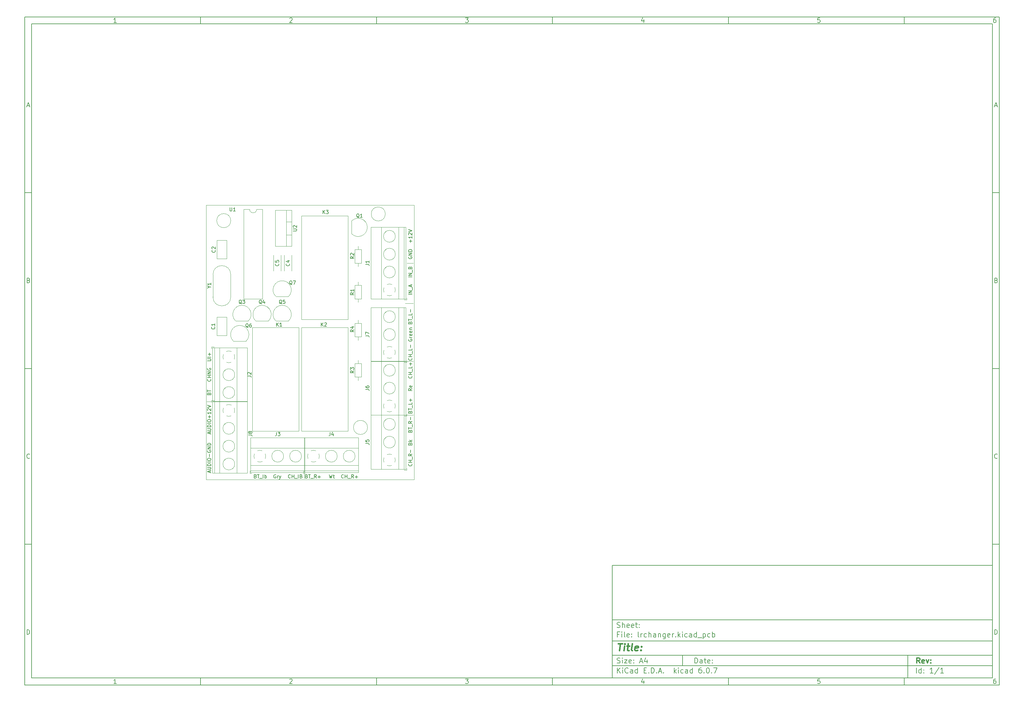
<source format=gbr>
%TF.GenerationSoftware,KiCad,Pcbnew,6.0.7*%
%TF.CreationDate,2022-10-17T15:43:20+02:00*%
%TF.ProjectId,lrchanger,6c726368-616e-4676-9572-2e6b69636164,rev?*%
%TF.SameCoordinates,Original*%
%TF.FileFunction,Legend,Top*%
%TF.FilePolarity,Positive*%
%FSLAX46Y46*%
G04 Gerber Fmt 4.6, Leading zero omitted, Abs format (unit mm)*
G04 Created by KiCad (PCBNEW 6.0.7) date 2022-10-17 15:43:20*
%MOMM*%
%LPD*%
G01*
G04 APERTURE LIST*
%ADD10C,0.100000*%
%ADD11C,0.150000*%
%ADD12C,0.300000*%
%ADD13C,0.400000*%
%ADD14C,0.120000*%
%TA.AperFunction,Profile*%
%ADD15C,0.050000*%
%TD*%
G04 APERTURE END LIST*
D10*
D11*
X177002200Y-166007200D02*
X177002200Y-198007200D01*
X285002200Y-198007200D01*
X285002200Y-166007200D01*
X177002200Y-166007200D01*
D10*
D11*
X10000000Y-10000000D02*
X10000000Y-200007200D01*
X287002200Y-200007200D01*
X287002200Y-10000000D01*
X10000000Y-10000000D01*
D10*
D11*
X12000000Y-12000000D02*
X12000000Y-198007200D01*
X285002200Y-198007200D01*
X285002200Y-12000000D01*
X12000000Y-12000000D01*
D10*
D11*
X60000000Y-12000000D02*
X60000000Y-10000000D01*
D10*
D11*
X110000000Y-12000000D02*
X110000000Y-10000000D01*
D10*
D11*
X160000000Y-12000000D02*
X160000000Y-10000000D01*
D10*
D11*
X210000000Y-12000000D02*
X210000000Y-10000000D01*
D10*
D11*
X260000000Y-12000000D02*
X260000000Y-10000000D01*
D10*
D11*
X36065476Y-11588095D02*
X35322619Y-11588095D01*
X35694047Y-11588095D02*
X35694047Y-10288095D01*
X35570238Y-10473809D01*
X35446428Y-10597619D01*
X35322619Y-10659523D01*
D10*
D11*
X85322619Y-10411904D02*
X85384523Y-10350000D01*
X85508333Y-10288095D01*
X85817857Y-10288095D01*
X85941666Y-10350000D01*
X86003571Y-10411904D01*
X86065476Y-10535714D01*
X86065476Y-10659523D01*
X86003571Y-10845238D01*
X85260714Y-11588095D01*
X86065476Y-11588095D01*
D10*
D11*
X135260714Y-10288095D02*
X136065476Y-10288095D01*
X135632142Y-10783333D01*
X135817857Y-10783333D01*
X135941666Y-10845238D01*
X136003571Y-10907142D01*
X136065476Y-11030952D01*
X136065476Y-11340476D01*
X136003571Y-11464285D01*
X135941666Y-11526190D01*
X135817857Y-11588095D01*
X135446428Y-11588095D01*
X135322619Y-11526190D01*
X135260714Y-11464285D01*
D10*
D11*
X185941666Y-10721428D02*
X185941666Y-11588095D01*
X185632142Y-10226190D02*
X185322619Y-11154761D01*
X186127380Y-11154761D01*
D10*
D11*
X236003571Y-10288095D02*
X235384523Y-10288095D01*
X235322619Y-10907142D01*
X235384523Y-10845238D01*
X235508333Y-10783333D01*
X235817857Y-10783333D01*
X235941666Y-10845238D01*
X236003571Y-10907142D01*
X236065476Y-11030952D01*
X236065476Y-11340476D01*
X236003571Y-11464285D01*
X235941666Y-11526190D01*
X235817857Y-11588095D01*
X235508333Y-11588095D01*
X235384523Y-11526190D01*
X235322619Y-11464285D01*
D10*
D11*
X285941666Y-10288095D02*
X285694047Y-10288095D01*
X285570238Y-10350000D01*
X285508333Y-10411904D01*
X285384523Y-10597619D01*
X285322619Y-10845238D01*
X285322619Y-11340476D01*
X285384523Y-11464285D01*
X285446428Y-11526190D01*
X285570238Y-11588095D01*
X285817857Y-11588095D01*
X285941666Y-11526190D01*
X286003571Y-11464285D01*
X286065476Y-11340476D01*
X286065476Y-11030952D01*
X286003571Y-10907142D01*
X285941666Y-10845238D01*
X285817857Y-10783333D01*
X285570238Y-10783333D01*
X285446428Y-10845238D01*
X285384523Y-10907142D01*
X285322619Y-11030952D01*
D10*
D11*
X60000000Y-198007200D02*
X60000000Y-200007200D01*
D10*
D11*
X110000000Y-198007200D02*
X110000000Y-200007200D01*
D10*
D11*
X160000000Y-198007200D02*
X160000000Y-200007200D01*
D10*
D11*
X210000000Y-198007200D02*
X210000000Y-200007200D01*
D10*
D11*
X260000000Y-198007200D02*
X260000000Y-200007200D01*
D10*
D11*
X36065476Y-199595295D02*
X35322619Y-199595295D01*
X35694047Y-199595295D02*
X35694047Y-198295295D01*
X35570238Y-198481009D01*
X35446428Y-198604819D01*
X35322619Y-198666723D01*
D10*
D11*
X85322619Y-198419104D02*
X85384523Y-198357200D01*
X85508333Y-198295295D01*
X85817857Y-198295295D01*
X85941666Y-198357200D01*
X86003571Y-198419104D01*
X86065476Y-198542914D01*
X86065476Y-198666723D01*
X86003571Y-198852438D01*
X85260714Y-199595295D01*
X86065476Y-199595295D01*
D10*
D11*
X135260714Y-198295295D02*
X136065476Y-198295295D01*
X135632142Y-198790533D01*
X135817857Y-198790533D01*
X135941666Y-198852438D01*
X136003571Y-198914342D01*
X136065476Y-199038152D01*
X136065476Y-199347676D01*
X136003571Y-199471485D01*
X135941666Y-199533390D01*
X135817857Y-199595295D01*
X135446428Y-199595295D01*
X135322619Y-199533390D01*
X135260714Y-199471485D01*
D10*
D11*
X185941666Y-198728628D02*
X185941666Y-199595295D01*
X185632142Y-198233390D02*
X185322619Y-199161961D01*
X186127380Y-199161961D01*
D10*
D11*
X236003571Y-198295295D02*
X235384523Y-198295295D01*
X235322619Y-198914342D01*
X235384523Y-198852438D01*
X235508333Y-198790533D01*
X235817857Y-198790533D01*
X235941666Y-198852438D01*
X236003571Y-198914342D01*
X236065476Y-199038152D01*
X236065476Y-199347676D01*
X236003571Y-199471485D01*
X235941666Y-199533390D01*
X235817857Y-199595295D01*
X235508333Y-199595295D01*
X235384523Y-199533390D01*
X235322619Y-199471485D01*
D10*
D11*
X285941666Y-198295295D02*
X285694047Y-198295295D01*
X285570238Y-198357200D01*
X285508333Y-198419104D01*
X285384523Y-198604819D01*
X285322619Y-198852438D01*
X285322619Y-199347676D01*
X285384523Y-199471485D01*
X285446428Y-199533390D01*
X285570238Y-199595295D01*
X285817857Y-199595295D01*
X285941666Y-199533390D01*
X286003571Y-199471485D01*
X286065476Y-199347676D01*
X286065476Y-199038152D01*
X286003571Y-198914342D01*
X285941666Y-198852438D01*
X285817857Y-198790533D01*
X285570238Y-198790533D01*
X285446428Y-198852438D01*
X285384523Y-198914342D01*
X285322619Y-199038152D01*
D10*
D11*
X10000000Y-60000000D02*
X12000000Y-60000000D01*
D10*
D11*
X10000000Y-110000000D02*
X12000000Y-110000000D01*
D10*
D11*
X10000000Y-160000000D02*
X12000000Y-160000000D01*
D10*
D11*
X10690476Y-35216666D02*
X11309523Y-35216666D01*
X10566666Y-35588095D02*
X11000000Y-34288095D01*
X11433333Y-35588095D01*
D10*
D11*
X11092857Y-84907142D02*
X11278571Y-84969047D01*
X11340476Y-85030952D01*
X11402380Y-85154761D01*
X11402380Y-85340476D01*
X11340476Y-85464285D01*
X11278571Y-85526190D01*
X11154761Y-85588095D01*
X10659523Y-85588095D01*
X10659523Y-84288095D01*
X11092857Y-84288095D01*
X11216666Y-84350000D01*
X11278571Y-84411904D01*
X11340476Y-84535714D01*
X11340476Y-84659523D01*
X11278571Y-84783333D01*
X11216666Y-84845238D01*
X11092857Y-84907142D01*
X10659523Y-84907142D01*
D10*
D11*
X11402380Y-135464285D02*
X11340476Y-135526190D01*
X11154761Y-135588095D01*
X11030952Y-135588095D01*
X10845238Y-135526190D01*
X10721428Y-135402380D01*
X10659523Y-135278571D01*
X10597619Y-135030952D01*
X10597619Y-134845238D01*
X10659523Y-134597619D01*
X10721428Y-134473809D01*
X10845238Y-134350000D01*
X11030952Y-134288095D01*
X11154761Y-134288095D01*
X11340476Y-134350000D01*
X11402380Y-134411904D01*
D10*
D11*
X10659523Y-185588095D02*
X10659523Y-184288095D01*
X10969047Y-184288095D01*
X11154761Y-184350000D01*
X11278571Y-184473809D01*
X11340476Y-184597619D01*
X11402380Y-184845238D01*
X11402380Y-185030952D01*
X11340476Y-185278571D01*
X11278571Y-185402380D01*
X11154761Y-185526190D01*
X10969047Y-185588095D01*
X10659523Y-185588095D01*
D10*
D11*
X287002200Y-60000000D02*
X285002200Y-60000000D01*
D10*
D11*
X287002200Y-110000000D02*
X285002200Y-110000000D01*
D10*
D11*
X287002200Y-160000000D02*
X285002200Y-160000000D01*
D10*
D11*
X285692676Y-35216666D02*
X286311723Y-35216666D01*
X285568866Y-35588095D02*
X286002200Y-34288095D01*
X286435533Y-35588095D01*
D10*
D11*
X286095057Y-84907142D02*
X286280771Y-84969047D01*
X286342676Y-85030952D01*
X286404580Y-85154761D01*
X286404580Y-85340476D01*
X286342676Y-85464285D01*
X286280771Y-85526190D01*
X286156961Y-85588095D01*
X285661723Y-85588095D01*
X285661723Y-84288095D01*
X286095057Y-84288095D01*
X286218866Y-84350000D01*
X286280771Y-84411904D01*
X286342676Y-84535714D01*
X286342676Y-84659523D01*
X286280771Y-84783333D01*
X286218866Y-84845238D01*
X286095057Y-84907142D01*
X285661723Y-84907142D01*
D10*
D11*
X286404580Y-135464285D02*
X286342676Y-135526190D01*
X286156961Y-135588095D01*
X286033152Y-135588095D01*
X285847438Y-135526190D01*
X285723628Y-135402380D01*
X285661723Y-135278571D01*
X285599819Y-135030952D01*
X285599819Y-134845238D01*
X285661723Y-134597619D01*
X285723628Y-134473809D01*
X285847438Y-134350000D01*
X286033152Y-134288095D01*
X286156961Y-134288095D01*
X286342676Y-134350000D01*
X286404580Y-134411904D01*
D10*
D11*
X285661723Y-185588095D02*
X285661723Y-184288095D01*
X285971247Y-184288095D01*
X286156961Y-184350000D01*
X286280771Y-184473809D01*
X286342676Y-184597619D01*
X286404580Y-184845238D01*
X286404580Y-185030952D01*
X286342676Y-185278571D01*
X286280771Y-185402380D01*
X286156961Y-185526190D01*
X285971247Y-185588095D01*
X285661723Y-185588095D01*
D10*
D11*
X200434342Y-193785771D02*
X200434342Y-192285771D01*
X200791485Y-192285771D01*
X201005771Y-192357200D01*
X201148628Y-192500057D01*
X201220057Y-192642914D01*
X201291485Y-192928628D01*
X201291485Y-193142914D01*
X201220057Y-193428628D01*
X201148628Y-193571485D01*
X201005771Y-193714342D01*
X200791485Y-193785771D01*
X200434342Y-193785771D01*
X202577200Y-193785771D02*
X202577200Y-193000057D01*
X202505771Y-192857200D01*
X202362914Y-192785771D01*
X202077200Y-192785771D01*
X201934342Y-192857200D01*
X202577200Y-193714342D02*
X202434342Y-193785771D01*
X202077200Y-193785771D01*
X201934342Y-193714342D01*
X201862914Y-193571485D01*
X201862914Y-193428628D01*
X201934342Y-193285771D01*
X202077200Y-193214342D01*
X202434342Y-193214342D01*
X202577200Y-193142914D01*
X203077200Y-192785771D02*
X203648628Y-192785771D01*
X203291485Y-192285771D02*
X203291485Y-193571485D01*
X203362914Y-193714342D01*
X203505771Y-193785771D01*
X203648628Y-193785771D01*
X204720057Y-193714342D02*
X204577200Y-193785771D01*
X204291485Y-193785771D01*
X204148628Y-193714342D01*
X204077200Y-193571485D01*
X204077200Y-193000057D01*
X204148628Y-192857200D01*
X204291485Y-192785771D01*
X204577200Y-192785771D01*
X204720057Y-192857200D01*
X204791485Y-193000057D01*
X204791485Y-193142914D01*
X204077200Y-193285771D01*
X205434342Y-193642914D02*
X205505771Y-193714342D01*
X205434342Y-193785771D01*
X205362914Y-193714342D01*
X205434342Y-193642914D01*
X205434342Y-193785771D01*
X205434342Y-192857200D02*
X205505771Y-192928628D01*
X205434342Y-193000057D01*
X205362914Y-192928628D01*
X205434342Y-192857200D01*
X205434342Y-193000057D01*
D10*
D11*
X177002200Y-194507200D02*
X285002200Y-194507200D01*
D10*
D11*
X178434342Y-196585771D02*
X178434342Y-195085771D01*
X179291485Y-196585771D02*
X178648628Y-195728628D01*
X179291485Y-195085771D02*
X178434342Y-195942914D01*
X179934342Y-196585771D02*
X179934342Y-195585771D01*
X179934342Y-195085771D02*
X179862914Y-195157200D01*
X179934342Y-195228628D01*
X180005771Y-195157200D01*
X179934342Y-195085771D01*
X179934342Y-195228628D01*
X181505771Y-196442914D02*
X181434342Y-196514342D01*
X181220057Y-196585771D01*
X181077200Y-196585771D01*
X180862914Y-196514342D01*
X180720057Y-196371485D01*
X180648628Y-196228628D01*
X180577200Y-195942914D01*
X180577200Y-195728628D01*
X180648628Y-195442914D01*
X180720057Y-195300057D01*
X180862914Y-195157200D01*
X181077200Y-195085771D01*
X181220057Y-195085771D01*
X181434342Y-195157200D01*
X181505771Y-195228628D01*
X182791485Y-196585771D02*
X182791485Y-195800057D01*
X182720057Y-195657200D01*
X182577200Y-195585771D01*
X182291485Y-195585771D01*
X182148628Y-195657200D01*
X182791485Y-196514342D02*
X182648628Y-196585771D01*
X182291485Y-196585771D01*
X182148628Y-196514342D01*
X182077200Y-196371485D01*
X182077200Y-196228628D01*
X182148628Y-196085771D01*
X182291485Y-196014342D01*
X182648628Y-196014342D01*
X182791485Y-195942914D01*
X184148628Y-196585771D02*
X184148628Y-195085771D01*
X184148628Y-196514342D02*
X184005771Y-196585771D01*
X183720057Y-196585771D01*
X183577200Y-196514342D01*
X183505771Y-196442914D01*
X183434342Y-196300057D01*
X183434342Y-195871485D01*
X183505771Y-195728628D01*
X183577200Y-195657200D01*
X183720057Y-195585771D01*
X184005771Y-195585771D01*
X184148628Y-195657200D01*
X186005771Y-195800057D02*
X186505771Y-195800057D01*
X186720057Y-196585771D02*
X186005771Y-196585771D01*
X186005771Y-195085771D01*
X186720057Y-195085771D01*
X187362914Y-196442914D02*
X187434342Y-196514342D01*
X187362914Y-196585771D01*
X187291485Y-196514342D01*
X187362914Y-196442914D01*
X187362914Y-196585771D01*
X188077200Y-196585771D02*
X188077200Y-195085771D01*
X188434342Y-195085771D01*
X188648628Y-195157200D01*
X188791485Y-195300057D01*
X188862914Y-195442914D01*
X188934342Y-195728628D01*
X188934342Y-195942914D01*
X188862914Y-196228628D01*
X188791485Y-196371485D01*
X188648628Y-196514342D01*
X188434342Y-196585771D01*
X188077200Y-196585771D01*
X189577200Y-196442914D02*
X189648628Y-196514342D01*
X189577200Y-196585771D01*
X189505771Y-196514342D01*
X189577200Y-196442914D01*
X189577200Y-196585771D01*
X190220057Y-196157200D02*
X190934342Y-196157200D01*
X190077200Y-196585771D02*
X190577200Y-195085771D01*
X191077200Y-196585771D01*
X191577200Y-196442914D02*
X191648628Y-196514342D01*
X191577200Y-196585771D01*
X191505771Y-196514342D01*
X191577200Y-196442914D01*
X191577200Y-196585771D01*
X194577200Y-196585771D02*
X194577200Y-195085771D01*
X194720057Y-196014342D02*
X195148628Y-196585771D01*
X195148628Y-195585771D02*
X194577200Y-196157200D01*
X195791485Y-196585771D02*
X195791485Y-195585771D01*
X195791485Y-195085771D02*
X195720057Y-195157200D01*
X195791485Y-195228628D01*
X195862914Y-195157200D01*
X195791485Y-195085771D01*
X195791485Y-195228628D01*
X197148628Y-196514342D02*
X197005771Y-196585771D01*
X196720057Y-196585771D01*
X196577200Y-196514342D01*
X196505771Y-196442914D01*
X196434342Y-196300057D01*
X196434342Y-195871485D01*
X196505771Y-195728628D01*
X196577200Y-195657200D01*
X196720057Y-195585771D01*
X197005771Y-195585771D01*
X197148628Y-195657200D01*
X198434342Y-196585771D02*
X198434342Y-195800057D01*
X198362914Y-195657200D01*
X198220057Y-195585771D01*
X197934342Y-195585771D01*
X197791485Y-195657200D01*
X198434342Y-196514342D02*
X198291485Y-196585771D01*
X197934342Y-196585771D01*
X197791485Y-196514342D01*
X197720057Y-196371485D01*
X197720057Y-196228628D01*
X197791485Y-196085771D01*
X197934342Y-196014342D01*
X198291485Y-196014342D01*
X198434342Y-195942914D01*
X199791485Y-196585771D02*
X199791485Y-195085771D01*
X199791485Y-196514342D02*
X199648628Y-196585771D01*
X199362914Y-196585771D01*
X199220057Y-196514342D01*
X199148628Y-196442914D01*
X199077200Y-196300057D01*
X199077200Y-195871485D01*
X199148628Y-195728628D01*
X199220057Y-195657200D01*
X199362914Y-195585771D01*
X199648628Y-195585771D01*
X199791485Y-195657200D01*
X202291485Y-195085771D02*
X202005771Y-195085771D01*
X201862914Y-195157200D01*
X201791485Y-195228628D01*
X201648628Y-195442914D01*
X201577200Y-195728628D01*
X201577200Y-196300057D01*
X201648628Y-196442914D01*
X201720057Y-196514342D01*
X201862914Y-196585771D01*
X202148628Y-196585771D01*
X202291485Y-196514342D01*
X202362914Y-196442914D01*
X202434342Y-196300057D01*
X202434342Y-195942914D01*
X202362914Y-195800057D01*
X202291485Y-195728628D01*
X202148628Y-195657200D01*
X201862914Y-195657200D01*
X201720057Y-195728628D01*
X201648628Y-195800057D01*
X201577200Y-195942914D01*
X203077200Y-196442914D02*
X203148628Y-196514342D01*
X203077200Y-196585771D01*
X203005771Y-196514342D01*
X203077200Y-196442914D01*
X203077200Y-196585771D01*
X204077200Y-195085771D02*
X204220057Y-195085771D01*
X204362914Y-195157200D01*
X204434342Y-195228628D01*
X204505771Y-195371485D01*
X204577200Y-195657200D01*
X204577200Y-196014342D01*
X204505771Y-196300057D01*
X204434342Y-196442914D01*
X204362914Y-196514342D01*
X204220057Y-196585771D01*
X204077200Y-196585771D01*
X203934342Y-196514342D01*
X203862914Y-196442914D01*
X203791485Y-196300057D01*
X203720057Y-196014342D01*
X203720057Y-195657200D01*
X203791485Y-195371485D01*
X203862914Y-195228628D01*
X203934342Y-195157200D01*
X204077200Y-195085771D01*
X205220057Y-196442914D02*
X205291485Y-196514342D01*
X205220057Y-196585771D01*
X205148628Y-196514342D01*
X205220057Y-196442914D01*
X205220057Y-196585771D01*
X205791485Y-195085771D02*
X206791485Y-195085771D01*
X206148628Y-196585771D01*
D10*
D11*
X177002200Y-191507200D02*
X285002200Y-191507200D01*
D10*
D12*
X264411485Y-193785771D02*
X263911485Y-193071485D01*
X263554342Y-193785771D02*
X263554342Y-192285771D01*
X264125771Y-192285771D01*
X264268628Y-192357200D01*
X264340057Y-192428628D01*
X264411485Y-192571485D01*
X264411485Y-192785771D01*
X264340057Y-192928628D01*
X264268628Y-193000057D01*
X264125771Y-193071485D01*
X263554342Y-193071485D01*
X265625771Y-193714342D02*
X265482914Y-193785771D01*
X265197200Y-193785771D01*
X265054342Y-193714342D01*
X264982914Y-193571485D01*
X264982914Y-193000057D01*
X265054342Y-192857200D01*
X265197200Y-192785771D01*
X265482914Y-192785771D01*
X265625771Y-192857200D01*
X265697200Y-193000057D01*
X265697200Y-193142914D01*
X264982914Y-193285771D01*
X266197200Y-192785771D02*
X266554342Y-193785771D01*
X266911485Y-192785771D01*
X267482914Y-193642914D02*
X267554342Y-193714342D01*
X267482914Y-193785771D01*
X267411485Y-193714342D01*
X267482914Y-193642914D01*
X267482914Y-193785771D01*
X267482914Y-192857200D02*
X267554342Y-192928628D01*
X267482914Y-193000057D01*
X267411485Y-192928628D01*
X267482914Y-192857200D01*
X267482914Y-193000057D01*
D10*
D11*
X178362914Y-193714342D02*
X178577200Y-193785771D01*
X178934342Y-193785771D01*
X179077200Y-193714342D01*
X179148628Y-193642914D01*
X179220057Y-193500057D01*
X179220057Y-193357200D01*
X179148628Y-193214342D01*
X179077200Y-193142914D01*
X178934342Y-193071485D01*
X178648628Y-193000057D01*
X178505771Y-192928628D01*
X178434342Y-192857200D01*
X178362914Y-192714342D01*
X178362914Y-192571485D01*
X178434342Y-192428628D01*
X178505771Y-192357200D01*
X178648628Y-192285771D01*
X179005771Y-192285771D01*
X179220057Y-192357200D01*
X179862914Y-193785771D02*
X179862914Y-192785771D01*
X179862914Y-192285771D02*
X179791485Y-192357200D01*
X179862914Y-192428628D01*
X179934342Y-192357200D01*
X179862914Y-192285771D01*
X179862914Y-192428628D01*
X180434342Y-192785771D02*
X181220057Y-192785771D01*
X180434342Y-193785771D01*
X181220057Y-193785771D01*
X182362914Y-193714342D02*
X182220057Y-193785771D01*
X181934342Y-193785771D01*
X181791485Y-193714342D01*
X181720057Y-193571485D01*
X181720057Y-193000057D01*
X181791485Y-192857200D01*
X181934342Y-192785771D01*
X182220057Y-192785771D01*
X182362914Y-192857200D01*
X182434342Y-193000057D01*
X182434342Y-193142914D01*
X181720057Y-193285771D01*
X183077200Y-193642914D02*
X183148628Y-193714342D01*
X183077200Y-193785771D01*
X183005771Y-193714342D01*
X183077200Y-193642914D01*
X183077200Y-193785771D01*
X183077200Y-192857200D02*
X183148628Y-192928628D01*
X183077200Y-193000057D01*
X183005771Y-192928628D01*
X183077200Y-192857200D01*
X183077200Y-193000057D01*
X184862914Y-193357200D02*
X185577200Y-193357200D01*
X184720057Y-193785771D02*
X185220057Y-192285771D01*
X185720057Y-193785771D01*
X186862914Y-192785771D02*
X186862914Y-193785771D01*
X186505771Y-192214342D02*
X186148628Y-193285771D01*
X187077200Y-193285771D01*
D10*
D11*
X263434342Y-196585771D02*
X263434342Y-195085771D01*
X264791485Y-196585771D02*
X264791485Y-195085771D01*
X264791485Y-196514342D02*
X264648628Y-196585771D01*
X264362914Y-196585771D01*
X264220057Y-196514342D01*
X264148628Y-196442914D01*
X264077200Y-196300057D01*
X264077200Y-195871485D01*
X264148628Y-195728628D01*
X264220057Y-195657200D01*
X264362914Y-195585771D01*
X264648628Y-195585771D01*
X264791485Y-195657200D01*
X265505771Y-196442914D02*
X265577200Y-196514342D01*
X265505771Y-196585771D01*
X265434342Y-196514342D01*
X265505771Y-196442914D01*
X265505771Y-196585771D01*
X265505771Y-195657200D02*
X265577200Y-195728628D01*
X265505771Y-195800057D01*
X265434342Y-195728628D01*
X265505771Y-195657200D01*
X265505771Y-195800057D01*
X268148628Y-196585771D02*
X267291485Y-196585771D01*
X267720057Y-196585771D02*
X267720057Y-195085771D01*
X267577200Y-195300057D01*
X267434342Y-195442914D01*
X267291485Y-195514342D01*
X269862914Y-195014342D02*
X268577200Y-196942914D01*
X271148628Y-196585771D02*
X270291485Y-196585771D01*
X270720057Y-196585771D02*
X270720057Y-195085771D01*
X270577200Y-195300057D01*
X270434342Y-195442914D01*
X270291485Y-195514342D01*
D10*
D11*
X177002200Y-187507200D02*
X285002200Y-187507200D01*
D10*
D13*
X178714580Y-188211961D02*
X179857438Y-188211961D01*
X179036009Y-190211961D02*
X179286009Y-188211961D01*
X180274104Y-190211961D02*
X180440771Y-188878628D01*
X180524104Y-188211961D02*
X180416961Y-188307200D01*
X180500295Y-188402438D01*
X180607438Y-188307200D01*
X180524104Y-188211961D01*
X180500295Y-188402438D01*
X181107438Y-188878628D02*
X181869342Y-188878628D01*
X181476485Y-188211961D02*
X181262200Y-189926247D01*
X181333628Y-190116723D01*
X181512200Y-190211961D01*
X181702676Y-190211961D01*
X182655057Y-190211961D02*
X182476485Y-190116723D01*
X182405057Y-189926247D01*
X182619342Y-188211961D01*
X184190771Y-190116723D02*
X183988390Y-190211961D01*
X183607438Y-190211961D01*
X183428866Y-190116723D01*
X183357438Y-189926247D01*
X183452676Y-189164342D01*
X183571723Y-188973866D01*
X183774104Y-188878628D01*
X184155057Y-188878628D01*
X184333628Y-188973866D01*
X184405057Y-189164342D01*
X184381247Y-189354819D01*
X183405057Y-189545295D01*
X185155057Y-190021485D02*
X185238390Y-190116723D01*
X185131247Y-190211961D01*
X185047914Y-190116723D01*
X185155057Y-190021485D01*
X185131247Y-190211961D01*
X185286009Y-188973866D02*
X185369342Y-189069104D01*
X185262200Y-189164342D01*
X185178866Y-189069104D01*
X185286009Y-188973866D01*
X185262200Y-189164342D01*
D10*
D11*
X178934342Y-185600057D02*
X178434342Y-185600057D01*
X178434342Y-186385771D02*
X178434342Y-184885771D01*
X179148628Y-184885771D01*
X179720057Y-186385771D02*
X179720057Y-185385771D01*
X179720057Y-184885771D02*
X179648628Y-184957200D01*
X179720057Y-185028628D01*
X179791485Y-184957200D01*
X179720057Y-184885771D01*
X179720057Y-185028628D01*
X180648628Y-186385771D02*
X180505771Y-186314342D01*
X180434342Y-186171485D01*
X180434342Y-184885771D01*
X181791485Y-186314342D02*
X181648628Y-186385771D01*
X181362914Y-186385771D01*
X181220057Y-186314342D01*
X181148628Y-186171485D01*
X181148628Y-185600057D01*
X181220057Y-185457200D01*
X181362914Y-185385771D01*
X181648628Y-185385771D01*
X181791485Y-185457200D01*
X181862914Y-185600057D01*
X181862914Y-185742914D01*
X181148628Y-185885771D01*
X182505771Y-186242914D02*
X182577200Y-186314342D01*
X182505771Y-186385771D01*
X182434342Y-186314342D01*
X182505771Y-186242914D01*
X182505771Y-186385771D01*
X182505771Y-185457200D02*
X182577200Y-185528628D01*
X182505771Y-185600057D01*
X182434342Y-185528628D01*
X182505771Y-185457200D01*
X182505771Y-185600057D01*
X184577200Y-186385771D02*
X184434342Y-186314342D01*
X184362914Y-186171485D01*
X184362914Y-184885771D01*
X185148628Y-186385771D02*
X185148628Y-185385771D01*
X185148628Y-185671485D02*
X185220057Y-185528628D01*
X185291485Y-185457200D01*
X185434342Y-185385771D01*
X185577200Y-185385771D01*
X186720057Y-186314342D02*
X186577200Y-186385771D01*
X186291485Y-186385771D01*
X186148628Y-186314342D01*
X186077200Y-186242914D01*
X186005771Y-186100057D01*
X186005771Y-185671485D01*
X186077200Y-185528628D01*
X186148628Y-185457200D01*
X186291485Y-185385771D01*
X186577200Y-185385771D01*
X186720057Y-185457200D01*
X187362914Y-186385771D02*
X187362914Y-184885771D01*
X188005771Y-186385771D02*
X188005771Y-185600057D01*
X187934342Y-185457200D01*
X187791485Y-185385771D01*
X187577200Y-185385771D01*
X187434342Y-185457200D01*
X187362914Y-185528628D01*
X189362914Y-186385771D02*
X189362914Y-185600057D01*
X189291485Y-185457200D01*
X189148628Y-185385771D01*
X188862914Y-185385771D01*
X188720057Y-185457200D01*
X189362914Y-186314342D02*
X189220057Y-186385771D01*
X188862914Y-186385771D01*
X188720057Y-186314342D01*
X188648628Y-186171485D01*
X188648628Y-186028628D01*
X188720057Y-185885771D01*
X188862914Y-185814342D01*
X189220057Y-185814342D01*
X189362914Y-185742914D01*
X190077200Y-185385771D02*
X190077200Y-186385771D01*
X190077200Y-185528628D02*
X190148628Y-185457200D01*
X190291485Y-185385771D01*
X190505771Y-185385771D01*
X190648628Y-185457200D01*
X190720057Y-185600057D01*
X190720057Y-186385771D01*
X192077200Y-185385771D02*
X192077200Y-186600057D01*
X192005771Y-186742914D01*
X191934342Y-186814342D01*
X191791485Y-186885771D01*
X191577200Y-186885771D01*
X191434342Y-186814342D01*
X192077200Y-186314342D02*
X191934342Y-186385771D01*
X191648628Y-186385771D01*
X191505771Y-186314342D01*
X191434342Y-186242914D01*
X191362914Y-186100057D01*
X191362914Y-185671485D01*
X191434342Y-185528628D01*
X191505771Y-185457200D01*
X191648628Y-185385771D01*
X191934342Y-185385771D01*
X192077200Y-185457200D01*
X193362914Y-186314342D02*
X193220057Y-186385771D01*
X192934342Y-186385771D01*
X192791485Y-186314342D01*
X192720057Y-186171485D01*
X192720057Y-185600057D01*
X192791485Y-185457200D01*
X192934342Y-185385771D01*
X193220057Y-185385771D01*
X193362914Y-185457200D01*
X193434342Y-185600057D01*
X193434342Y-185742914D01*
X192720057Y-185885771D01*
X194077200Y-186385771D02*
X194077200Y-185385771D01*
X194077200Y-185671485D02*
X194148628Y-185528628D01*
X194220057Y-185457200D01*
X194362914Y-185385771D01*
X194505771Y-185385771D01*
X195005771Y-186242914D02*
X195077200Y-186314342D01*
X195005771Y-186385771D01*
X194934342Y-186314342D01*
X195005771Y-186242914D01*
X195005771Y-186385771D01*
X195720057Y-186385771D02*
X195720057Y-184885771D01*
X195862914Y-185814342D02*
X196291485Y-186385771D01*
X196291485Y-185385771D02*
X195720057Y-185957200D01*
X196934342Y-186385771D02*
X196934342Y-185385771D01*
X196934342Y-184885771D02*
X196862914Y-184957200D01*
X196934342Y-185028628D01*
X197005771Y-184957200D01*
X196934342Y-184885771D01*
X196934342Y-185028628D01*
X198291485Y-186314342D02*
X198148628Y-186385771D01*
X197862914Y-186385771D01*
X197720057Y-186314342D01*
X197648628Y-186242914D01*
X197577200Y-186100057D01*
X197577200Y-185671485D01*
X197648628Y-185528628D01*
X197720057Y-185457200D01*
X197862914Y-185385771D01*
X198148628Y-185385771D01*
X198291485Y-185457200D01*
X199577200Y-186385771D02*
X199577200Y-185600057D01*
X199505771Y-185457200D01*
X199362914Y-185385771D01*
X199077200Y-185385771D01*
X198934342Y-185457200D01*
X199577200Y-186314342D02*
X199434342Y-186385771D01*
X199077200Y-186385771D01*
X198934342Y-186314342D01*
X198862914Y-186171485D01*
X198862914Y-186028628D01*
X198934342Y-185885771D01*
X199077200Y-185814342D01*
X199434342Y-185814342D01*
X199577200Y-185742914D01*
X200934342Y-186385771D02*
X200934342Y-184885771D01*
X200934342Y-186314342D02*
X200791485Y-186385771D01*
X200505771Y-186385771D01*
X200362914Y-186314342D01*
X200291485Y-186242914D01*
X200220057Y-186100057D01*
X200220057Y-185671485D01*
X200291485Y-185528628D01*
X200362914Y-185457200D01*
X200505771Y-185385771D01*
X200791485Y-185385771D01*
X200934342Y-185457200D01*
X201291485Y-186528628D02*
X202434342Y-186528628D01*
X202791485Y-185385771D02*
X202791485Y-186885771D01*
X202791485Y-185457200D02*
X202934342Y-185385771D01*
X203220057Y-185385771D01*
X203362914Y-185457200D01*
X203434342Y-185528628D01*
X203505771Y-185671485D01*
X203505771Y-186100057D01*
X203434342Y-186242914D01*
X203362914Y-186314342D01*
X203220057Y-186385771D01*
X202934342Y-186385771D01*
X202791485Y-186314342D01*
X204791485Y-186314342D02*
X204648628Y-186385771D01*
X204362914Y-186385771D01*
X204220057Y-186314342D01*
X204148628Y-186242914D01*
X204077200Y-186100057D01*
X204077200Y-185671485D01*
X204148628Y-185528628D01*
X204220057Y-185457200D01*
X204362914Y-185385771D01*
X204648628Y-185385771D01*
X204791485Y-185457200D01*
X205434342Y-186385771D02*
X205434342Y-184885771D01*
X205434342Y-185457200D02*
X205577200Y-185385771D01*
X205862914Y-185385771D01*
X206005771Y-185457200D01*
X206077200Y-185528628D01*
X206148628Y-185671485D01*
X206148628Y-186100057D01*
X206077200Y-186242914D01*
X206005771Y-186314342D01*
X205862914Y-186385771D01*
X205577200Y-186385771D01*
X205434342Y-186314342D01*
D10*
D11*
X177002200Y-181507200D02*
X285002200Y-181507200D01*
D10*
D11*
X178362914Y-183614342D02*
X178577200Y-183685771D01*
X178934342Y-183685771D01*
X179077200Y-183614342D01*
X179148628Y-183542914D01*
X179220057Y-183400057D01*
X179220057Y-183257200D01*
X179148628Y-183114342D01*
X179077200Y-183042914D01*
X178934342Y-182971485D01*
X178648628Y-182900057D01*
X178505771Y-182828628D01*
X178434342Y-182757200D01*
X178362914Y-182614342D01*
X178362914Y-182471485D01*
X178434342Y-182328628D01*
X178505771Y-182257200D01*
X178648628Y-182185771D01*
X179005771Y-182185771D01*
X179220057Y-182257200D01*
X179862914Y-183685771D02*
X179862914Y-182185771D01*
X180505771Y-183685771D02*
X180505771Y-182900057D01*
X180434342Y-182757200D01*
X180291485Y-182685771D01*
X180077200Y-182685771D01*
X179934342Y-182757200D01*
X179862914Y-182828628D01*
X181791485Y-183614342D02*
X181648628Y-183685771D01*
X181362914Y-183685771D01*
X181220057Y-183614342D01*
X181148628Y-183471485D01*
X181148628Y-182900057D01*
X181220057Y-182757200D01*
X181362914Y-182685771D01*
X181648628Y-182685771D01*
X181791485Y-182757200D01*
X181862914Y-182900057D01*
X181862914Y-183042914D01*
X181148628Y-183185771D01*
X183077200Y-183614342D02*
X182934342Y-183685771D01*
X182648628Y-183685771D01*
X182505771Y-183614342D01*
X182434342Y-183471485D01*
X182434342Y-182900057D01*
X182505771Y-182757200D01*
X182648628Y-182685771D01*
X182934342Y-182685771D01*
X183077200Y-182757200D01*
X183148628Y-182900057D01*
X183148628Y-183042914D01*
X182434342Y-183185771D01*
X183577200Y-182685771D02*
X184148628Y-182685771D01*
X183791485Y-182185771D02*
X183791485Y-183471485D01*
X183862914Y-183614342D01*
X184005771Y-183685771D01*
X184148628Y-183685771D01*
X184648628Y-183542914D02*
X184720057Y-183614342D01*
X184648628Y-183685771D01*
X184577200Y-183614342D01*
X184648628Y-183542914D01*
X184648628Y-183685771D01*
X184648628Y-182757200D02*
X184720057Y-182828628D01*
X184648628Y-182900057D01*
X184577200Y-182828628D01*
X184648628Y-182757200D01*
X184648628Y-182900057D01*
D10*
D12*
D10*
D11*
D10*
D11*
D10*
D11*
D10*
D11*
D10*
D11*
X197002200Y-191507200D02*
X197002200Y-194507200D01*
D10*
D11*
X261002200Y-191507200D02*
X261002200Y-198007200D01*
X61936380Y-107822857D02*
X62745904Y-107822857D01*
X62841142Y-107775238D01*
X62888761Y-107727619D01*
X62936380Y-107632380D01*
X62936380Y-107441904D01*
X62888761Y-107346666D01*
X62841142Y-107299047D01*
X62745904Y-107251428D01*
X61936380Y-107251428D01*
X62936380Y-106775238D02*
X61936380Y-106775238D01*
X62555428Y-106299047D02*
X62555428Y-105537142D01*
X62936380Y-105918095D02*
X62174476Y-105918095D01*
X62841142Y-112998095D02*
X62888761Y-113045714D01*
X62936380Y-113188571D01*
X62936380Y-113283809D01*
X62888761Y-113426666D01*
X62793523Y-113521904D01*
X62698285Y-113569523D01*
X62507809Y-113617142D01*
X62364952Y-113617142D01*
X62174476Y-113569523D01*
X62079238Y-113521904D01*
X61984000Y-113426666D01*
X61936380Y-113283809D01*
X61936380Y-113188571D01*
X61984000Y-113045714D01*
X62031619Y-112998095D01*
X62936380Y-112569523D02*
X61936380Y-112569523D01*
X62412571Y-112569523D02*
X62412571Y-111998095D01*
X62936380Y-111998095D02*
X61936380Y-111998095D01*
X62936380Y-111521904D02*
X61936380Y-111521904D01*
X62936380Y-110950476D01*
X61936380Y-110950476D01*
X61984000Y-109950476D02*
X61936380Y-110045714D01*
X61936380Y-110188571D01*
X61984000Y-110331428D01*
X62079238Y-110426666D01*
X62174476Y-110474285D01*
X62364952Y-110521904D01*
X62507809Y-110521904D01*
X62698285Y-110474285D01*
X62793523Y-110426666D01*
X62888761Y-110331428D01*
X62936380Y-110188571D01*
X62936380Y-110093333D01*
X62888761Y-109950476D01*
X62841142Y-109902857D01*
X62507809Y-109902857D01*
X62507809Y-110093333D01*
X62412571Y-117149523D02*
X62460190Y-117006666D01*
X62507809Y-116959047D01*
X62603047Y-116911428D01*
X62745904Y-116911428D01*
X62841142Y-116959047D01*
X62888761Y-117006666D01*
X62936380Y-117101904D01*
X62936380Y-117482857D01*
X61936380Y-117482857D01*
X61936380Y-117149523D01*
X61984000Y-117054285D01*
X62031619Y-117006666D01*
X62126857Y-116959047D01*
X62222095Y-116959047D01*
X62317333Y-117006666D01*
X62364952Y-117054285D01*
X62412571Y-117149523D01*
X62412571Y-117482857D01*
X61936380Y-116625714D02*
X61936380Y-116054285D01*
X62936380Y-116340000D02*
X61936380Y-116340000D01*
D14*
X62992000Y-119380000D02*
X61722000Y-119380000D01*
D11*
X119134000Y-101687142D02*
X119086380Y-101782380D01*
X119086380Y-101925238D01*
X119134000Y-102068095D01*
X119229238Y-102163333D01*
X119324476Y-102210952D01*
X119514952Y-102258571D01*
X119657809Y-102258571D01*
X119848285Y-102210952D01*
X119943523Y-102163333D01*
X120038761Y-102068095D01*
X120086380Y-101925238D01*
X120086380Y-101830000D01*
X120038761Y-101687142D01*
X119991142Y-101639523D01*
X119657809Y-101639523D01*
X119657809Y-101830000D01*
X120086380Y-101210952D02*
X119419714Y-101210952D01*
X119610190Y-101210952D02*
X119514952Y-101163333D01*
X119467333Y-101115714D01*
X119419714Y-101020476D01*
X119419714Y-100925238D01*
X120038761Y-100210952D02*
X120086380Y-100306190D01*
X120086380Y-100496666D01*
X120038761Y-100591904D01*
X119943523Y-100639523D01*
X119562571Y-100639523D01*
X119467333Y-100591904D01*
X119419714Y-100496666D01*
X119419714Y-100306190D01*
X119467333Y-100210952D01*
X119562571Y-100163333D01*
X119657809Y-100163333D01*
X119753047Y-100639523D01*
X120038761Y-99353809D02*
X120086380Y-99449047D01*
X120086380Y-99639523D01*
X120038761Y-99734761D01*
X119943523Y-99782380D01*
X119562571Y-99782380D01*
X119467333Y-99734761D01*
X119419714Y-99639523D01*
X119419714Y-99449047D01*
X119467333Y-99353809D01*
X119562571Y-99306190D01*
X119657809Y-99306190D01*
X119753047Y-99782380D01*
X119419714Y-98877619D02*
X120086380Y-98877619D01*
X119514952Y-98877619D02*
X119467333Y-98830000D01*
X119419714Y-98734761D01*
X119419714Y-98591904D01*
X119467333Y-98496666D01*
X119562571Y-98449047D01*
X120086380Y-98449047D01*
X120086380Y-115689047D02*
X119610190Y-116022380D01*
X120086380Y-116260476D02*
X119086380Y-116260476D01*
X119086380Y-115879523D01*
X119134000Y-115784285D01*
X119181619Y-115736666D01*
X119276857Y-115689047D01*
X119419714Y-115689047D01*
X119514952Y-115736666D01*
X119562571Y-115784285D01*
X119610190Y-115879523D01*
X119610190Y-116260476D01*
X120038761Y-114879523D02*
X120086380Y-114974761D01*
X120086380Y-115165238D01*
X120038761Y-115260476D01*
X119943523Y-115308095D01*
X119562571Y-115308095D01*
X119467333Y-115260476D01*
X119419714Y-115165238D01*
X119419714Y-114974761D01*
X119467333Y-114879523D01*
X119562571Y-114831904D01*
X119657809Y-114831904D01*
X119753047Y-115308095D01*
X119562571Y-131397333D02*
X119610190Y-131254476D01*
X119657809Y-131206857D01*
X119753047Y-131159238D01*
X119895904Y-131159238D01*
X119991142Y-131206857D01*
X120038761Y-131254476D01*
X120086380Y-131349714D01*
X120086380Y-131730666D01*
X119086380Y-131730666D01*
X119086380Y-131397333D01*
X119134000Y-131302095D01*
X119181619Y-131254476D01*
X119276857Y-131206857D01*
X119372095Y-131206857D01*
X119467333Y-131254476D01*
X119514952Y-131302095D01*
X119562571Y-131397333D01*
X119562571Y-131730666D01*
X120086380Y-130730666D02*
X119086380Y-130730666D01*
X119705428Y-130635428D02*
X120086380Y-130349714D01*
X119419714Y-130349714D02*
X119800666Y-130730666D01*
X81359428Y-140216000D02*
X81264190Y-140168380D01*
X81121333Y-140168380D01*
X80978476Y-140216000D01*
X80883238Y-140311238D01*
X80835619Y-140406476D01*
X80788000Y-140596952D01*
X80788000Y-140739809D01*
X80835619Y-140930285D01*
X80883238Y-141025523D01*
X80978476Y-141120761D01*
X81121333Y-141168380D01*
X81216571Y-141168380D01*
X81359428Y-141120761D01*
X81407047Y-141073142D01*
X81407047Y-140739809D01*
X81216571Y-140739809D01*
X81835619Y-141168380D02*
X81835619Y-140501714D01*
X81835619Y-140692190D02*
X81883238Y-140596952D01*
X81930857Y-140549333D01*
X82026095Y-140501714D01*
X82121333Y-140501714D01*
X82359428Y-140501714D02*
X82597523Y-141168380D01*
X82835619Y-140501714D02*
X82597523Y-141168380D01*
X82502285Y-141406476D01*
X82454666Y-141454095D01*
X82359428Y-141501714D01*
D14*
X89480000Y-141224000D02*
X89480000Y-139825000D01*
D11*
X85534666Y-141073142D02*
X85487047Y-141120761D01*
X85344190Y-141168380D01*
X85248952Y-141168380D01*
X85106095Y-141120761D01*
X85010857Y-141025523D01*
X84963238Y-140930285D01*
X84915619Y-140739809D01*
X84915619Y-140596952D01*
X84963238Y-140406476D01*
X85010857Y-140311238D01*
X85106095Y-140216000D01*
X85248952Y-140168380D01*
X85344190Y-140168380D01*
X85487047Y-140216000D01*
X85534666Y-140263619D01*
X85963238Y-141168380D02*
X85963238Y-140168380D01*
X85963238Y-140644571D02*
X86534666Y-140644571D01*
X86534666Y-141168380D02*
X86534666Y-140168380D01*
X86772761Y-141263619D02*
X87534666Y-141263619D01*
X87772761Y-141168380D02*
X87772761Y-140168380D01*
X88582285Y-140644571D02*
X88725142Y-140692190D01*
X88772761Y-140739809D01*
X88820380Y-140835047D01*
X88820380Y-140977904D01*
X88772761Y-141073142D01*
X88725142Y-141120761D01*
X88629904Y-141168380D01*
X88248952Y-141168380D01*
X88248952Y-140168380D01*
X88582285Y-140168380D01*
X88677523Y-140216000D01*
X88725142Y-140263619D01*
X88772761Y-140358857D01*
X88772761Y-140454095D01*
X88725142Y-140549333D01*
X88677523Y-140596952D01*
X88582285Y-140644571D01*
X88248952Y-140644571D01*
X75581047Y-140644571D02*
X75723904Y-140692190D01*
X75771523Y-140739809D01*
X75819142Y-140835047D01*
X75819142Y-140977904D01*
X75771523Y-141073142D01*
X75723904Y-141120761D01*
X75628666Y-141168380D01*
X75247714Y-141168380D01*
X75247714Y-140168380D01*
X75581047Y-140168380D01*
X75676285Y-140216000D01*
X75723904Y-140263619D01*
X75771523Y-140358857D01*
X75771523Y-140454095D01*
X75723904Y-140549333D01*
X75676285Y-140596952D01*
X75581047Y-140644571D01*
X75247714Y-140644571D01*
X76104857Y-140168380D02*
X76676285Y-140168380D01*
X76390571Y-141168380D02*
X76390571Y-140168380D01*
X76771523Y-141263619D02*
X77533428Y-141263619D01*
X77771523Y-141168380D02*
X77771523Y-140168380D01*
X78247714Y-141168380D02*
X78247714Y-140168380D01*
X78247714Y-140549333D02*
X78342952Y-140501714D01*
X78533428Y-140501714D01*
X78628666Y-140549333D01*
X78676285Y-140596952D01*
X78723904Y-140692190D01*
X78723904Y-140977904D01*
X78676285Y-141073142D01*
X78628666Y-141120761D01*
X78533428Y-141168380D01*
X78342952Y-141168380D01*
X78247714Y-141120761D01*
X96567714Y-140168380D02*
X96805809Y-141168380D01*
X96996285Y-140454095D01*
X97186761Y-141168380D01*
X97424857Y-140168380D01*
X97662952Y-140501714D02*
X98043904Y-140501714D01*
X97805809Y-140168380D02*
X97805809Y-141025523D01*
X97853428Y-141120761D01*
X97948666Y-141168380D01*
X98043904Y-141168380D01*
X100647714Y-141073142D02*
X100600095Y-141120761D01*
X100457238Y-141168380D01*
X100362000Y-141168380D01*
X100219142Y-141120761D01*
X100123904Y-141025523D01*
X100076285Y-140930285D01*
X100028666Y-140739809D01*
X100028666Y-140596952D01*
X100076285Y-140406476D01*
X100123904Y-140311238D01*
X100219142Y-140216000D01*
X100362000Y-140168380D01*
X100457238Y-140168380D01*
X100600095Y-140216000D01*
X100647714Y-140263619D01*
X101076285Y-141168380D02*
X101076285Y-140168380D01*
X101076285Y-140644571D02*
X101647714Y-140644571D01*
X101647714Y-141168380D02*
X101647714Y-140168380D01*
X101885809Y-141263619D02*
X102647714Y-141263619D01*
X103457238Y-141168380D02*
X103123904Y-140692190D01*
X102885809Y-141168380D02*
X102885809Y-140168380D01*
X103266761Y-140168380D01*
X103362000Y-140216000D01*
X103409619Y-140263619D01*
X103457238Y-140358857D01*
X103457238Y-140501714D01*
X103409619Y-140596952D01*
X103362000Y-140644571D01*
X103266761Y-140692190D01*
X102885809Y-140692190D01*
X103885809Y-140787428D02*
X104647714Y-140787428D01*
X104266761Y-141168380D02*
X104266761Y-140406476D01*
X90138476Y-140644571D02*
X90281333Y-140692190D01*
X90328952Y-140739809D01*
X90376571Y-140835047D01*
X90376571Y-140977904D01*
X90328952Y-141073142D01*
X90281333Y-141120761D01*
X90186095Y-141168380D01*
X89805142Y-141168380D01*
X89805142Y-140168380D01*
X90138476Y-140168380D01*
X90233714Y-140216000D01*
X90281333Y-140263619D01*
X90328952Y-140358857D01*
X90328952Y-140454095D01*
X90281333Y-140549333D01*
X90233714Y-140596952D01*
X90138476Y-140644571D01*
X89805142Y-140644571D01*
X90662285Y-140168380D02*
X91233714Y-140168380D01*
X90948000Y-141168380D02*
X90948000Y-140168380D01*
X91328952Y-141263619D02*
X92090857Y-141263619D01*
X92900380Y-141168380D02*
X92567047Y-140692190D01*
X92328952Y-141168380D02*
X92328952Y-140168380D01*
X92709904Y-140168380D01*
X92805142Y-140216000D01*
X92852761Y-140263619D01*
X92900380Y-140358857D01*
X92900380Y-140501714D01*
X92852761Y-140596952D01*
X92805142Y-140644571D01*
X92709904Y-140692190D01*
X92328952Y-140692190D01*
X93328952Y-140787428D02*
X94090857Y-140787428D01*
X93709904Y-141168380D02*
X93709904Y-140406476D01*
X119705428Y-74151904D02*
X119705428Y-73390000D01*
X120086380Y-73770952D02*
X119324476Y-73770952D01*
X120086380Y-72390000D02*
X120086380Y-72961428D01*
X120086380Y-72675714D02*
X119086380Y-72675714D01*
X119229238Y-72770952D01*
X119324476Y-72866190D01*
X119372095Y-72961428D01*
X119181619Y-72009047D02*
X119134000Y-71961428D01*
X119086380Y-71866190D01*
X119086380Y-71628095D01*
X119134000Y-71532857D01*
X119181619Y-71485238D01*
X119276857Y-71437619D01*
X119372095Y-71437619D01*
X119514952Y-71485238D01*
X120086380Y-72056666D01*
X120086380Y-71437619D01*
X119086380Y-71151904D02*
X120086380Y-70818571D01*
X119086380Y-70485238D01*
X119134000Y-78231904D02*
X119086380Y-78327142D01*
X119086380Y-78470000D01*
X119134000Y-78612857D01*
X119229238Y-78708095D01*
X119324476Y-78755714D01*
X119514952Y-78803333D01*
X119657809Y-78803333D01*
X119848285Y-78755714D01*
X119943523Y-78708095D01*
X120038761Y-78612857D01*
X120086380Y-78470000D01*
X120086380Y-78374761D01*
X120038761Y-78231904D01*
X119991142Y-78184285D01*
X119657809Y-78184285D01*
X119657809Y-78374761D01*
X120086380Y-77755714D02*
X119086380Y-77755714D01*
X120086380Y-77184285D01*
X119086380Y-77184285D01*
X120086380Y-76708095D02*
X119086380Y-76708095D01*
X119086380Y-76470000D01*
X119134000Y-76327142D01*
X119229238Y-76231904D01*
X119324476Y-76184285D01*
X119514952Y-76136666D01*
X119657809Y-76136666D01*
X119848285Y-76184285D01*
X119943523Y-76231904D01*
X120038761Y-76327142D01*
X120086380Y-76470000D01*
X120086380Y-76708095D01*
D14*
X120396000Y-80010000D02*
X118618000Y-80010000D01*
D11*
X120086380Y-83954761D02*
X119086380Y-83954761D01*
X120086380Y-83478571D02*
X119086380Y-83478571D01*
X120086380Y-82907142D01*
X119086380Y-82907142D01*
X120181619Y-82669047D02*
X120181619Y-81907142D01*
X119562571Y-81335714D02*
X119610190Y-81192857D01*
X119657809Y-81145238D01*
X119753047Y-81097619D01*
X119895904Y-81097619D01*
X119991142Y-81145238D01*
X120038761Y-81192857D01*
X120086380Y-81288095D01*
X120086380Y-81669047D01*
X119086380Y-81669047D01*
X119086380Y-81335714D01*
X119134000Y-81240476D01*
X119181619Y-81192857D01*
X119276857Y-81145238D01*
X119372095Y-81145238D01*
X119467333Y-81192857D01*
X119514952Y-81240476D01*
X119562571Y-81335714D01*
X119562571Y-81669047D01*
X120086380Y-88963333D02*
X119086380Y-88963333D01*
X120086380Y-88487142D02*
X119086380Y-88487142D01*
X120086380Y-87915714D01*
X119086380Y-87915714D01*
X120181619Y-87677619D02*
X120181619Y-86915714D01*
X119800666Y-86725238D02*
X119800666Y-86249047D01*
X120086380Y-86820476D02*
X119086380Y-86487142D01*
X120086380Y-86153809D01*
D14*
X120396000Y-91440000D02*
X118110000Y-91440000D01*
X120396000Y-123250000D02*
X118325000Y-123250000D01*
X120396000Y-108010000D02*
X118325000Y-108010000D01*
D11*
X119562571Y-96964285D02*
X119610190Y-96821428D01*
X119657809Y-96773809D01*
X119753047Y-96726190D01*
X119895904Y-96726190D01*
X119991142Y-96773809D01*
X120038761Y-96821428D01*
X120086380Y-96916666D01*
X120086380Y-97297619D01*
X119086380Y-97297619D01*
X119086380Y-96964285D01*
X119134000Y-96869047D01*
X119181619Y-96821428D01*
X119276857Y-96773809D01*
X119372095Y-96773809D01*
X119467333Y-96821428D01*
X119514952Y-96869047D01*
X119562571Y-96964285D01*
X119562571Y-97297619D01*
X119086380Y-96440476D02*
X119086380Y-95869047D01*
X120086380Y-96154761D02*
X119086380Y-96154761D01*
X120181619Y-95773809D02*
X120181619Y-95011904D01*
X120086380Y-94297619D02*
X120086380Y-94773809D01*
X119086380Y-94773809D01*
X119705428Y-93964285D02*
X119705428Y-93202380D01*
X119991142Y-107029047D02*
X120038761Y-107076666D01*
X120086380Y-107219523D01*
X120086380Y-107314761D01*
X120038761Y-107457619D01*
X119943523Y-107552857D01*
X119848285Y-107600476D01*
X119657809Y-107648095D01*
X119514952Y-107648095D01*
X119324476Y-107600476D01*
X119229238Y-107552857D01*
X119134000Y-107457619D01*
X119086380Y-107314761D01*
X119086380Y-107219523D01*
X119134000Y-107076666D01*
X119181619Y-107029047D01*
X120086380Y-106600476D02*
X119086380Y-106600476D01*
X119562571Y-106600476D02*
X119562571Y-106029047D01*
X120086380Y-106029047D02*
X119086380Y-106029047D01*
X120181619Y-105790952D02*
X120181619Y-105029047D01*
X120086380Y-104314761D02*
X120086380Y-104790952D01*
X119086380Y-104790952D01*
X119705428Y-103981428D02*
X119705428Y-103219523D01*
X119991142Y-112109047D02*
X120038761Y-112156666D01*
X120086380Y-112299523D01*
X120086380Y-112394761D01*
X120038761Y-112537619D01*
X119943523Y-112632857D01*
X119848285Y-112680476D01*
X119657809Y-112728095D01*
X119514952Y-112728095D01*
X119324476Y-112680476D01*
X119229238Y-112632857D01*
X119134000Y-112537619D01*
X119086380Y-112394761D01*
X119086380Y-112299523D01*
X119134000Y-112156666D01*
X119181619Y-112109047D01*
X120086380Y-111680476D02*
X119086380Y-111680476D01*
X119562571Y-111680476D02*
X119562571Y-111109047D01*
X120086380Y-111109047D02*
X119086380Y-111109047D01*
X120181619Y-110870952D02*
X120181619Y-110109047D01*
X120086380Y-109394761D02*
X120086380Y-109870952D01*
X119086380Y-109870952D01*
X119705428Y-109061428D02*
X119705428Y-108299523D01*
X120086380Y-108680476D02*
X119324476Y-108680476D01*
X119562571Y-122364285D02*
X119610190Y-122221428D01*
X119657809Y-122173809D01*
X119753047Y-122126190D01*
X119895904Y-122126190D01*
X119991142Y-122173809D01*
X120038761Y-122221428D01*
X120086380Y-122316666D01*
X120086380Y-122697619D01*
X119086380Y-122697619D01*
X119086380Y-122364285D01*
X119134000Y-122269047D01*
X119181619Y-122221428D01*
X119276857Y-122173809D01*
X119372095Y-122173809D01*
X119467333Y-122221428D01*
X119514952Y-122269047D01*
X119562571Y-122364285D01*
X119562571Y-122697619D01*
X119086380Y-121840476D02*
X119086380Y-121269047D01*
X120086380Y-121554761D02*
X119086380Y-121554761D01*
X120181619Y-121173809D02*
X120181619Y-120411904D01*
X120086380Y-119697619D02*
X120086380Y-120173809D01*
X119086380Y-120173809D01*
X119705428Y-119364285D02*
X119705428Y-118602380D01*
X120086380Y-118983333D02*
X119324476Y-118983333D01*
X119562571Y-127793523D02*
X119610190Y-127650666D01*
X119657809Y-127603047D01*
X119753047Y-127555428D01*
X119895904Y-127555428D01*
X119991142Y-127603047D01*
X120038761Y-127650666D01*
X120086380Y-127745904D01*
X120086380Y-128126857D01*
X119086380Y-128126857D01*
X119086380Y-127793523D01*
X119134000Y-127698285D01*
X119181619Y-127650666D01*
X119276857Y-127603047D01*
X119372095Y-127603047D01*
X119467333Y-127650666D01*
X119514952Y-127698285D01*
X119562571Y-127793523D01*
X119562571Y-128126857D01*
X119086380Y-127269714D02*
X119086380Y-126698285D01*
X120086380Y-126984000D02*
X119086380Y-126984000D01*
X120181619Y-126603047D02*
X120181619Y-125841142D01*
X120086380Y-125031619D02*
X119610190Y-125364952D01*
X120086380Y-125603047D02*
X119086380Y-125603047D01*
X119086380Y-125222095D01*
X119134000Y-125126857D01*
X119181619Y-125079238D01*
X119276857Y-125031619D01*
X119419714Y-125031619D01*
X119514952Y-125079238D01*
X119562571Y-125126857D01*
X119610190Y-125222095D01*
X119610190Y-125603047D01*
X119705428Y-124603047D02*
X119705428Y-123841142D01*
X62650666Y-139571809D02*
X62650666Y-139095619D01*
X62936380Y-139667047D02*
X61936380Y-139333714D01*
X62936380Y-139000380D01*
X61936380Y-138667047D02*
X62745904Y-138667047D01*
X62841142Y-138619428D01*
X62888761Y-138571809D01*
X62936380Y-138476571D01*
X62936380Y-138286095D01*
X62888761Y-138190857D01*
X62841142Y-138143238D01*
X62745904Y-138095619D01*
X61936380Y-138095619D01*
X62936380Y-137619428D02*
X61936380Y-137619428D01*
X61936380Y-137381333D01*
X61984000Y-137238476D01*
X62079238Y-137143238D01*
X62174476Y-137095619D01*
X62364952Y-137048000D01*
X62507809Y-137048000D01*
X62698285Y-137095619D01*
X62793523Y-137143238D01*
X62888761Y-137238476D01*
X62936380Y-137381333D01*
X62936380Y-137619428D01*
X62936380Y-136619428D02*
X61936380Y-136619428D01*
X61936380Y-135952761D02*
X61936380Y-135762285D01*
X61984000Y-135667047D01*
X62079238Y-135571809D01*
X62269714Y-135524190D01*
X62603047Y-135524190D01*
X62793523Y-135571809D01*
X62888761Y-135667047D01*
X62936380Y-135762285D01*
X62936380Y-135952761D01*
X62888761Y-136048000D01*
X62793523Y-136143238D01*
X62603047Y-136190857D01*
X62269714Y-136190857D01*
X62079238Y-136143238D01*
X61984000Y-136048000D01*
X61936380Y-135952761D01*
X62555428Y-135095619D02*
X62555428Y-134333714D01*
X61984000Y-133333714D02*
X61936380Y-133428952D01*
X61936380Y-133571809D01*
X61984000Y-133714666D01*
X62079238Y-133809904D01*
X62174476Y-133857523D01*
X62364952Y-133905142D01*
X62507809Y-133905142D01*
X62698285Y-133857523D01*
X62793523Y-133809904D01*
X62888761Y-133714666D01*
X62936380Y-133571809D01*
X62936380Y-133476571D01*
X62888761Y-133333714D01*
X62841142Y-133286095D01*
X62507809Y-133286095D01*
X62507809Y-133476571D01*
X62936380Y-132857523D02*
X61936380Y-132857523D01*
X62936380Y-132286095D01*
X61936380Y-132286095D01*
X62936380Y-131809904D02*
X61936380Y-131809904D01*
X61936380Y-131571809D01*
X61984000Y-131428952D01*
X62079238Y-131333714D01*
X62174476Y-131286095D01*
X62364952Y-131238476D01*
X62507809Y-131238476D01*
X62698285Y-131286095D01*
X62793523Y-131333714D01*
X62888761Y-131428952D01*
X62936380Y-131571809D01*
X62936380Y-131809904D01*
X62650666Y-128571809D02*
X62650666Y-128095619D01*
X62936380Y-128667047D02*
X61936380Y-128333714D01*
X62936380Y-128000380D01*
X61936380Y-127667047D02*
X62745904Y-127667047D01*
X62841142Y-127619428D01*
X62888761Y-127571809D01*
X62936380Y-127476571D01*
X62936380Y-127286095D01*
X62888761Y-127190857D01*
X62841142Y-127143238D01*
X62745904Y-127095619D01*
X61936380Y-127095619D01*
X62936380Y-126619428D02*
X61936380Y-126619428D01*
X61936380Y-126381333D01*
X61984000Y-126238476D01*
X62079238Y-126143238D01*
X62174476Y-126095619D01*
X62364952Y-126048000D01*
X62507809Y-126048000D01*
X62698285Y-126095619D01*
X62793523Y-126143238D01*
X62888761Y-126238476D01*
X62936380Y-126381333D01*
X62936380Y-126619428D01*
X62936380Y-125619428D02*
X61936380Y-125619428D01*
X61936380Y-124952761D02*
X61936380Y-124762285D01*
X61984000Y-124667047D01*
X62079238Y-124571809D01*
X62269714Y-124524190D01*
X62603047Y-124524190D01*
X62793523Y-124571809D01*
X62888761Y-124667047D01*
X62936380Y-124762285D01*
X62936380Y-124952761D01*
X62888761Y-125048000D01*
X62793523Y-125143238D01*
X62603047Y-125190857D01*
X62269714Y-125190857D01*
X62079238Y-125143238D01*
X61984000Y-125048000D01*
X61936380Y-124952761D01*
X62555428Y-124095619D02*
X62555428Y-123333714D01*
X62936380Y-123714666D02*
X62174476Y-123714666D01*
X62936380Y-122333714D02*
X62936380Y-122905142D01*
X62936380Y-122619428D02*
X61936380Y-122619428D01*
X62079238Y-122714666D01*
X62174476Y-122809904D01*
X62222095Y-122905142D01*
X62031619Y-121952761D02*
X61984000Y-121905142D01*
X61936380Y-121809904D01*
X61936380Y-121571809D01*
X61984000Y-121476571D01*
X62031619Y-121428952D01*
X62126857Y-121381333D01*
X62222095Y-121381333D01*
X62364952Y-121428952D01*
X62936380Y-122000380D01*
X62936380Y-121381333D01*
X61936380Y-121095619D02*
X62936380Y-120762285D01*
X61936380Y-120428952D01*
X119991142Y-137096285D02*
X120038761Y-137143904D01*
X120086380Y-137286761D01*
X120086380Y-137382000D01*
X120038761Y-137524857D01*
X119943523Y-137620095D01*
X119848285Y-137667714D01*
X119657809Y-137715333D01*
X119514952Y-137715333D01*
X119324476Y-137667714D01*
X119229238Y-137620095D01*
X119134000Y-137524857D01*
X119086380Y-137382000D01*
X119086380Y-137286761D01*
X119134000Y-137143904D01*
X119181619Y-137096285D01*
X120086380Y-136667714D02*
X119086380Y-136667714D01*
X119562571Y-136667714D02*
X119562571Y-136096285D01*
X120086380Y-136096285D02*
X119086380Y-136096285D01*
X120181619Y-135858190D02*
X120181619Y-135096285D01*
X120086380Y-134286761D02*
X119610190Y-134620095D01*
X120086380Y-134858190D02*
X119086380Y-134858190D01*
X119086380Y-134477238D01*
X119134000Y-134382000D01*
X119181619Y-134334380D01*
X119276857Y-134286761D01*
X119419714Y-134286761D01*
X119514952Y-134334380D01*
X119562571Y-134382000D01*
X119610190Y-134477238D01*
X119610190Y-134858190D01*
X119705428Y-133858190D02*
X119705428Y-133096285D01*
D15*
X61595000Y-141605000D02*
X61595000Y-63500000D01*
X61595000Y-63500000D02*
X120650000Y-63500000D01*
X112490000Y-66040000D02*
G75*
G03*
X112490000Y-66040000I-2000000J0D01*
G01*
X107442000Y-126746000D02*
G75*
G03*
X107442000Y-126746000I-2000000J0D01*
G01*
X68580000Y-67945000D02*
G75*
G03*
X68580000Y-67945000I-2000000J0D01*
G01*
X120650000Y-63500000D02*
X120650000Y-141605000D01*
X120650000Y-141605000D02*
X61595000Y-141605000D01*
D11*
%TO.C,Q6*%
X73564761Y-98337619D02*
X73469523Y-98290000D01*
X73374285Y-98194761D01*
X73231428Y-98051904D01*
X73136190Y-98004285D01*
X73040952Y-98004285D01*
X73088571Y-98242380D02*
X72993333Y-98194761D01*
X72898095Y-98099523D01*
X72850476Y-97909047D01*
X72850476Y-97575714D01*
X72898095Y-97385238D01*
X72993333Y-97290000D01*
X73088571Y-97242380D01*
X73279047Y-97242380D01*
X73374285Y-97290000D01*
X73469523Y-97385238D01*
X73517142Y-97575714D01*
X73517142Y-97909047D01*
X73469523Y-98099523D01*
X73374285Y-98194761D01*
X73279047Y-98242380D01*
X73088571Y-98242380D01*
X74374285Y-97242380D02*
X74183809Y-97242380D01*
X74088571Y-97290000D01*
X74040952Y-97337619D01*
X73945714Y-97480476D01*
X73898095Y-97670952D01*
X73898095Y-98051904D01*
X73945714Y-98147142D01*
X73993333Y-98194761D01*
X74088571Y-98242380D01*
X74279047Y-98242380D01*
X74374285Y-98194761D01*
X74421904Y-98147142D01*
X74469523Y-98051904D01*
X74469523Y-97813809D01*
X74421904Y-97718571D01*
X74374285Y-97670952D01*
X74279047Y-97623333D01*
X74088571Y-97623333D01*
X73993333Y-97670952D01*
X73945714Y-97718571D01*
X73898095Y-97813809D01*
%TO.C,Q5*%
X83089761Y-91602619D02*
X82994523Y-91555000D01*
X82899285Y-91459761D01*
X82756428Y-91316904D01*
X82661190Y-91269285D01*
X82565952Y-91269285D01*
X82613571Y-91507380D02*
X82518333Y-91459761D01*
X82423095Y-91364523D01*
X82375476Y-91174047D01*
X82375476Y-90840714D01*
X82423095Y-90650238D01*
X82518333Y-90555000D01*
X82613571Y-90507380D01*
X82804047Y-90507380D01*
X82899285Y-90555000D01*
X82994523Y-90650238D01*
X83042142Y-90840714D01*
X83042142Y-91174047D01*
X82994523Y-91364523D01*
X82899285Y-91459761D01*
X82804047Y-91507380D01*
X82613571Y-91507380D01*
X83946904Y-90507380D02*
X83470714Y-90507380D01*
X83423095Y-90983571D01*
X83470714Y-90935952D01*
X83565952Y-90888333D01*
X83804047Y-90888333D01*
X83899285Y-90935952D01*
X83946904Y-90983571D01*
X83994523Y-91078809D01*
X83994523Y-91316904D01*
X83946904Y-91412142D01*
X83899285Y-91459761D01*
X83804047Y-91507380D01*
X83565952Y-91507380D01*
X83470714Y-91459761D01*
X83423095Y-91412142D01*
%TO.C,Q4*%
X77374761Y-91602619D02*
X77279523Y-91555000D01*
X77184285Y-91459761D01*
X77041428Y-91316904D01*
X76946190Y-91269285D01*
X76850952Y-91269285D01*
X76898571Y-91507380D02*
X76803333Y-91459761D01*
X76708095Y-91364523D01*
X76660476Y-91174047D01*
X76660476Y-90840714D01*
X76708095Y-90650238D01*
X76803333Y-90555000D01*
X76898571Y-90507380D01*
X77089047Y-90507380D01*
X77184285Y-90555000D01*
X77279523Y-90650238D01*
X77327142Y-90840714D01*
X77327142Y-91174047D01*
X77279523Y-91364523D01*
X77184285Y-91459761D01*
X77089047Y-91507380D01*
X76898571Y-91507380D01*
X78184285Y-90840714D02*
X78184285Y-91507380D01*
X77946190Y-90459761D02*
X77708095Y-91174047D01*
X78327142Y-91174047D01*
%TO.C,Q3*%
X71659761Y-91602619D02*
X71564523Y-91555000D01*
X71469285Y-91459761D01*
X71326428Y-91316904D01*
X71231190Y-91269285D01*
X71135952Y-91269285D01*
X71183571Y-91507380D02*
X71088333Y-91459761D01*
X70993095Y-91364523D01*
X70945476Y-91174047D01*
X70945476Y-90840714D01*
X70993095Y-90650238D01*
X71088333Y-90555000D01*
X71183571Y-90507380D01*
X71374047Y-90507380D01*
X71469285Y-90555000D01*
X71564523Y-90650238D01*
X71612142Y-90840714D01*
X71612142Y-91174047D01*
X71564523Y-91364523D01*
X71469285Y-91459761D01*
X71374047Y-91507380D01*
X71183571Y-91507380D01*
X71945476Y-90507380D02*
X72564523Y-90507380D01*
X72231190Y-90888333D01*
X72374047Y-90888333D01*
X72469285Y-90935952D01*
X72516904Y-90983571D01*
X72564523Y-91078809D01*
X72564523Y-91316904D01*
X72516904Y-91412142D01*
X72469285Y-91459761D01*
X72374047Y-91507380D01*
X72088333Y-91507380D01*
X71993095Y-91459761D01*
X71945476Y-91412142D01*
%TO.C,Q1*%
X105060761Y-67095619D02*
X104965523Y-67048000D01*
X104870285Y-66952761D01*
X104727428Y-66809904D01*
X104632190Y-66762285D01*
X104536952Y-66762285D01*
X104584571Y-67000380D02*
X104489333Y-66952761D01*
X104394095Y-66857523D01*
X104346476Y-66667047D01*
X104346476Y-66333714D01*
X104394095Y-66143238D01*
X104489333Y-66048000D01*
X104584571Y-66000380D01*
X104775047Y-66000380D01*
X104870285Y-66048000D01*
X104965523Y-66143238D01*
X105013142Y-66333714D01*
X105013142Y-66667047D01*
X104965523Y-66857523D01*
X104870285Y-66952761D01*
X104775047Y-67000380D01*
X104584571Y-67000380D01*
X105965523Y-67000380D02*
X105394095Y-67000380D01*
X105679809Y-67000380D02*
X105679809Y-66000380D01*
X105584571Y-66143238D01*
X105489333Y-66238476D01*
X105394095Y-66286095D01*
%TO.C,C1*%
X63984142Y-98170666D02*
X64031761Y-98218285D01*
X64079380Y-98361142D01*
X64079380Y-98456380D01*
X64031761Y-98599238D01*
X63936523Y-98694476D01*
X63841285Y-98742095D01*
X63650809Y-98789714D01*
X63507952Y-98789714D01*
X63317476Y-98742095D01*
X63222238Y-98694476D01*
X63127000Y-98599238D01*
X63079380Y-98456380D01*
X63079380Y-98361142D01*
X63127000Y-98218285D01*
X63174619Y-98170666D01*
X64079380Y-97218285D02*
X64079380Y-97789714D01*
X64079380Y-97504000D02*
X63079380Y-97504000D01*
X63222238Y-97599238D01*
X63317476Y-97694476D01*
X63365095Y-97789714D01*
%TO.C,C2*%
X64111142Y-76346666D02*
X64158761Y-76394285D01*
X64206380Y-76537142D01*
X64206380Y-76632380D01*
X64158761Y-76775238D01*
X64063523Y-76870476D01*
X63968285Y-76918095D01*
X63777809Y-76965714D01*
X63634952Y-76965714D01*
X63444476Y-76918095D01*
X63349238Y-76870476D01*
X63254000Y-76775238D01*
X63206380Y-76632380D01*
X63206380Y-76537142D01*
X63254000Y-76394285D01*
X63301619Y-76346666D01*
X63301619Y-75965714D02*
X63254000Y-75918095D01*
X63206380Y-75822857D01*
X63206380Y-75584761D01*
X63254000Y-75489523D01*
X63301619Y-75441904D01*
X63396857Y-75394285D01*
X63492095Y-75394285D01*
X63634952Y-75441904D01*
X64206380Y-76013333D01*
X64206380Y-75394285D01*
%TO.C,R1*%
X103576380Y-88431666D02*
X103100190Y-88765000D01*
X103576380Y-89003095D02*
X102576380Y-89003095D01*
X102576380Y-88622142D01*
X102624000Y-88526904D01*
X102671619Y-88479285D01*
X102766857Y-88431666D01*
X102909714Y-88431666D01*
X103004952Y-88479285D01*
X103052571Y-88526904D01*
X103100190Y-88622142D01*
X103100190Y-89003095D01*
X103576380Y-87479285D02*
X103576380Y-88050714D01*
X103576380Y-87765000D02*
X102576380Y-87765000D01*
X102719238Y-87860238D01*
X102814476Y-87955476D01*
X102862095Y-88050714D01*
%TO.C,R2*%
X103576380Y-78144666D02*
X103100190Y-78478000D01*
X103576380Y-78716095D02*
X102576380Y-78716095D01*
X102576380Y-78335142D01*
X102624000Y-78239904D01*
X102671619Y-78192285D01*
X102766857Y-78144666D01*
X102909714Y-78144666D01*
X103004952Y-78192285D01*
X103052571Y-78239904D01*
X103100190Y-78335142D01*
X103100190Y-78716095D01*
X102671619Y-77763714D02*
X102624000Y-77716095D01*
X102576380Y-77620857D01*
X102576380Y-77382761D01*
X102624000Y-77287523D01*
X102671619Y-77239904D01*
X102766857Y-77192285D01*
X102862095Y-77192285D01*
X103004952Y-77239904D01*
X103576380Y-77811333D01*
X103576380Y-77192285D01*
%TO.C,U1*%
X68326095Y-64222380D02*
X68326095Y-65031904D01*
X68373714Y-65127142D01*
X68421333Y-65174761D01*
X68516571Y-65222380D01*
X68707047Y-65222380D01*
X68802285Y-65174761D01*
X68849904Y-65127142D01*
X68897523Y-65031904D01*
X68897523Y-64222380D01*
X69897523Y-65222380D02*
X69326095Y-65222380D01*
X69611809Y-65222380D02*
X69611809Y-64222380D01*
X69516571Y-64365238D01*
X69421333Y-64460476D01*
X69326095Y-64508095D01*
%TO.C,U2*%
X86320380Y-70865904D02*
X87129904Y-70865904D01*
X87225142Y-70818285D01*
X87272761Y-70770666D01*
X87320380Y-70675428D01*
X87320380Y-70484952D01*
X87272761Y-70389714D01*
X87225142Y-70342095D01*
X87129904Y-70294476D01*
X86320380Y-70294476D01*
X86415619Y-69865904D02*
X86368000Y-69818285D01*
X86320380Y-69723047D01*
X86320380Y-69484952D01*
X86368000Y-69389714D01*
X86415619Y-69342095D01*
X86510857Y-69294476D01*
X86606095Y-69294476D01*
X86748952Y-69342095D01*
X87320380Y-69913523D01*
X87320380Y-69294476D01*
%TO.C,Y1*%
X62460190Y-86836190D02*
X62936380Y-86836190D01*
X61936380Y-87169523D02*
X62460190Y-86836190D01*
X61936380Y-86502857D01*
X62936380Y-85645714D02*
X62936380Y-86217142D01*
X62936380Y-85931428D02*
X61936380Y-85931428D01*
X62079238Y-86026666D01*
X62174476Y-86121904D01*
X62222095Y-86217142D01*
%TO.C,C4*%
X85193142Y-80176666D02*
X85240761Y-80224285D01*
X85288380Y-80367142D01*
X85288380Y-80462380D01*
X85240761Y-80605238D01*
X85145523Y-80700476D01*
X85050285Y-80748095D01*
X84859809Y-80795714D01*
X84716952Y-80795714D01*
X84526476Y-80748095D01*
X84431238Y-80700476D01*
X84336000Y-80605238D01*
X84288380Y-80462380D01*
X84288380Y-80367142D01*
X84336000Y-80224285D01*
X84383619Y-80176666D01*
X84621714Y-79319523D02*
X85288380Y-79319523D01*
X84240761Y-79557619D02*
X84955047Y-79795714D01*
X84955047Y-79176666D01*
%TO.C,C5*%
X82145142Y-80176666D02*
X82192761Y-80224285D01*
X82240380Y-80367142D01*
X82240380Y-80462380D01*
X82192761Y-80605238D01*
X82097523Y-80700476D01*
X82002285Y-80748095D01*
X81811809Y-80795714D01*
X81668952Y-80795714D01*
X81478476Y-80748095D01*
X81383238Y-80700476D01*
X81288000Y-80605238D01*
X81240380Y-80462380D01*
X81240380Y-80367142D01*
X81288000Y-80224285D01*
X81335619Y-80176666D01*
X81240380Y-79271904D02*
X81240380Y-79748095D01*
X81716571Y-79795714D01*
X81668952Y-79748095D01*
X81621333Y-79652857D01*
X81621333Y-79414761D01*
X81668952Y-79319523D01*
X81716571Y-79271904D01*
X81811809Y-79224285D01*
X82049904Y-79224285D01*
X82145142Y-79271904D01*
X82192761Y-79319523D01*
X82240380Y-79414761D01*
X82240380Y-79652857D01*
X82192761Y-79748095D01*
X82145142Y-79795714D01*
%TO.C,K2*%
X94257904Y-97988380D02*
X94257904Y-96988380D01*
X94829333Y-97988380D02*
X94400761Y-97416952D01*
X94829333Y-96988380D02*
X94257904Y-97559809D01*
X95210285Y-97083619D02*
X95257904Y-97036000D01*
X95353142Y-96988380D01*
X95591238Y-96988380D01*
X95686476Y-97036000D01*
X95734095Y-97083619D01*
X95781714Y-97178857D01*
X95781714Y-97274095D01*
X95734095Y-97416952D01*
X95162666Y-97988380D01*
X95781714Y-97988380D01*
%TO.C,K3*%
X94765904Y-65984380D02*
X94765904Y-64984380D01*
X95337333Y-65984380D02*
X94908761Y-65412952D01*
X95337333Y-64984380D02*
X94765904Y-65555809D01*
X95670666Y-64984380D02*
X96289714Y-64984380D01*
X95956380Y-65365333D01*
X96099238Y-65365333D01*
X96194476Y-65412952D01*
X96242095Y-65460571D01*
X96289714Y-65555809D01*
X96289714Y-65793904D01*
X96242095Y-65889142D01*
X96194476Y-65936761D01*
X96099238Y-65984380D01*
X95813523Y-65984380D01*
X95718285Y-65936761D01*
X95670666Y-65889142D01*
%TO.C,K1*%
X81557904Y-97988380D02*
X81557904Y-96988380D01*
X82129333Y-97988380D02*
X81700761Y-97416952D01*
X82129333Y-96988380D02*
X81557904Y-97559809D01*
X83081714Y-97988380D02*
X82510285Y-97988380D01*
X82796000Y-97988380D02*
X82796000Y-96988380D01*
X82700761Y-97131238D01*
X82605523Y-97226476D01*
X82510285Y-97274095D01*
%TO.C,R4*%
X103576380Y-98972666D02*
X103100190Y-99306000D01*
X103576380Y-99544095D02*
X102576380Y-99544095D01*
X102576380Y-99163142D01*
X102624000Y-99067904D01*
X102671619Y-99020285D01*
X102766857Y-98972666D01*
X102909714Y-98972666D01*
X103004952Y-99020285D01*
X103052571Y-99067904D01*
X103100190Y-99163142D01*
X103100190Y-99544095D01*
X102909714Y-98115523D02*
X103576380Y-98115523D01*
X102528761Y-98353619D02*
X103243047Y-98591714D01*
X103243047Y-97972666D01*
%TO.C,J2*%
X73366380Y-112088333D02*
X74080666Y-112088333D01*
X74223523Y-112135952D01*
X74318761Y-112231190D01*
X74366380Y-112374047D01*
X74366380Y-112469285D01*
X73461619Y-111659761D02*
X73414000Y-111612142D01*
X73366380Y-111516904D01*
X73366380Y-111278809D01*
X73414000Y-111183571D01*
X73461619Y-111135952D01*
X73556857Y-111088333D01*
X73652095Y-111088333D01*
X73794952Y-111135952D01*
X74366380Y-111707380D01*
X74366380Y-111088333D01*
%TO.C,J4*%
X96816666Y-128117380D02*
X96816666Y-128831666D01*
X96769047Y-128974523D01*
X96673809Y-129069761D01*
X96530952Y-129117380D01*
X96435714Y-129117380D01*
X97721428Y-128450714D02*
X97721428Y-129117380D01*
X97483333Y-128069761D02*
X97245238Y-128784047D01*
X97864285Y-128784047D01*
%TO.C,J5*%
X106857380Y-131263333D02*
X107571666Y-131263333D01*
X107714523Y-131310952D01*
X107809761Y-131406190D01*
X107857380Y-131549047D01*
X107857380Y-131644285D01*
X106857380Y-130310952D02*
X106857380Y-130787142D01*
X107333571Y-130834761D01*
X107285952Y-130787142D01*
X107238333Y-130691904D01*
X107238333Y-130453809D01*
X107285952Y-130358571D01*
X107333571Y-130310952D01*
X107428809Y-130263333D01*
X107666904Y-130263333D01*
X107762142Y-130310952D01*
X107809761Y-130358571D01*
X107857380Y-130453809D01*
X107857380Y-130691904D01*
X107809761Y-130787142D01*
X107762142Y-130834761D01*
%TO.C,J6*%
X106857380Y-115903333D02*
X107571666Y-115903333D01*
X107714523Y-115950952D01*
X107809761Y-116046190D01*
X107857380Y-116189047D01*
X107857380Y-116284285D01*
X106857380Y-114998571D02*
X106857380Y-115189047D01*
X106905000Y-115284285D01*
X106952619Y-115331904D01*
X107095476Y-115427142D01*
X107285952Y-115474761D01*
X107666904Y-115474761D01*
X107762142Y-115427142D01*
X107809761Y-115379523D01*
X107857380Y-115284285D01*
X107857380Y-115093809D01*
X107809761Y-114998571D01*
X107762142Y-114950952D01*
X107666904Y-114903333D01*
X107428809Y-114903333D01*
X107333571Y-114950952D01*
X107285952Y-114998571D01*
X107238333Y-115093809D01*
X107238333Y-115284285D01*
X107285952Y-115379523D01*
X107333571Y-115427142D01*
X107428809Y-115474761D01*
%TO.C,J7*%
X106857380Y-100663333D02*
X107571666Y-100663333D01*
X107714523Y-100710952D01*
X107809761Y-100806190D01*
X107857380Y-100949047D01*
X107857380Y-101044285D01*
X106857380Y-100282380D02*
X106857380Y-99615714D01*
X107857380Y-100044285D01*
%TO.C,J3*%
X81576666Y-128117380D02*
X81576666Y-128831666D01*
X81529047Y-128974523D01*
X81433809Y-129069761D01*
X81290952Y-129117380D01*
X81195714Y-129117380D01*
X81957619Y-128117380D02*
X82576666Y-128117380D01*
X82243333Y-128498333D01*
X82386190Y-128498333D01*
X82481428Y-128545952D01*
X82529047Y-128593571D01*
X82576666Y-128688809D01*
X82576666Y-128926904D01*
X82529047Y-129022142D01*
X82481428Y-129069761D01*
X82386190Y-129117380D01*
X82100476Y-129117380D01*
X82005238Y-129069761D01*
X81957619Y-129022142D01*
%TO.C,J8*%
X73620380Y-128857333D02*
X74334666Y-128857333D01*
X74477523Y-128904952D01*
X74572761Y-129000190D01*
X74620380Y-129143047D01*
X74620380Y-129238285D01*
X74048952Y-128238285D02*
X74001333Y-128333523D01*
X73953714Y-128381142D01*
X73858476Y-128428761D01*
X73810857Y-128428761D01*
X73715619Y-128381142D01*
X73668000Y-128333523D01*
X73620380Y-128238285D01*
X73620380Y-128047809D01*
X73668000Y-127952571D01*
X73715619Y-127904952D01*
X73810857Y-127857333D01*
X73858476Y-127857333D01*
X73953714Y-127904952D01*
X74001333Y-127952571D01*
X74048952Y-128047809D01*
X74048952Y-128238285D01*
X74096571Y-128333523D01*
X74144190Y-128381142D01*
X74239428Y-128428761D01*
X74429904Y-128428761D01*
X74525142Y-128381142D01*
X74572761Y-128333523D01*
X74620380Y-128238285D01*
X74620380Y-128047809D01*
X74572761Y-127952571D01*
X74525142Y-127904952D01*
X74429904Y-127857333D01*
X74239428Y-127857333D01*
X74144190Y-127904952D01*
X74096571Y-127952571D01*
X74048952Y-128047809D01*
%TO.C,J1*%
X106857380Y-80343333D02*
X107571666Y-80343333D01*
X107714523Y-80390952D01*
X107809761Y-80486190D01*
X107857380Y-80629047D01*
X107857380Y-80724285D01*
X107857380Y-79343333D02*
X107857380Y-79914761D01*
X107857380Y-79629047D02*
X106857380Y-79629047D01*
X107000238Y-79724285D01*
X107095476Y-79819523D01*
X107143095Y-79914761D01*
%TO.C,Q7*%
X86010761Y-86145619D02*
X85915523Y-86098000D01*
X85820285Y-86002761D01*
X85677428Y-85859904D01*
X85582190Y-85812285D01*
X85486952Y-85812285D01*
X85534571Y-86050380D02*
X85439333Y-86002761D01*
X85344095Y-85907523D01*
X85296476Y-85717047D01*
X85296476Y-85383714D01*
X85344095Y-85193238D01*
X85439333Y-85098000D01*
X85534571Y-85050380D01*
X85725047Y-85050380D01*
X85820285Y-85098000D01*
X85915523Y-85193238D01*
X85963142Y-85383714D01*
X85963142Y-85717047D01*
X85915523Y-85907523D01*
X85820285Y-86002761D01*
X85725047Y-86050380D01*
X85534571Y-86050380D01*
X86296476Y-85050380D02*
X86963142Y-85050380D01*
X86534571Y-86050380D01*
%TO.C,R3*%
X103576380Y-110656666D02*
X103100190Y-110990000D01*
X103576380Y-111228095D02*
X102576380Y-111228095D01*
X102576380Y-110847142D01*
X102624000Y-110751904D01*
X102671619Y-110704285D01*
X102766857Y-110656666D01*
X102909714Y-110656666D01*
X103004952Y-110704285D01*
X103052571Y-110751904D01*
X103100190Y-110847142D01*
X103100190Y-111228095D01*
X102576380Y-110323333D02*
X102576380Y-109704285D01*
X102957333Y-110037619D01*
X102957333Y-109894761D01*
X103004952Y-109799523D01*
X103052571Y-109751904D01*
X103147809Y-109704285D01*
X103385904Y-109704285D01*
X103481142Y-109751904D01*
X103528761Y-109799523D01*
X103576380Y-109894761D01*
X103576380Y-110180476D01*
X103528761Y-110275714D01*
X103481142Y-110323333D01*
D14*
%TO.C,Q6*%
X69320000Y-102180000D02*
X72920000Y-102180000D01*
X72958478Y-102168478D02*
G75*
G03*
X71120000Y-97730000I-1838478J1838478D01*
G01*
X71120000Y-97729999D02*
G75*
G03*
X69281522Y-102168478I0J-2600001D01*
G01*
%TO.C,Q5*%
X81385000Y-96465000D02*
X84985000Y-96465000D01*
X85023478Y-96453478D02*
G75*
G03*
X83185000Y-92015000I-1838478J1838478D01*
G01*
X83185000Y-92014999D02*
G75*
G03*
X81346522Y-96453478I0J-2600001D01*
G01*
%TO.C,Q4*%
X75670000Y-96465000D02*
X79270000Y-96465000D01*
X79308478Y-96453478D02*
G75*
G03*
X77470000Y-92015000I-1838478J1838478D01*
G01*
X77470000Y-92014999D02*
G75*
G03*
X75631522Y-96453478I0J-2600001D01*
G01*
%TO.C,Q3*%
X69955000Y-96465000D02*
X73555000Y-96465000D01*
X73593478Y-96453478D02*
G75*
G03*
X71755000Y-92015000I-1838478J1838478D01*
G01*
X71755000Y-92014999D02*
G75*
G03*
X69916522Y-96453478I0J-2600001D01*
G01*
%TO.C,Q1*%
X102925000Y-68050000D02*
X102925000Y-71650000D01*
X102936522Y-71688478D02*
G75*
G03*
X107375000Y-69850000I1838478J1838478D01*
G01*
X107375001Y-69850000D02*
G75*
G03*
X102936522Y-68011522I-2600001J0D01*
G01*
%TO.C,C1*%
X64670000Y-100644000D02*
X64670000Y-95404000D01*
X67410000Y-100644000D02*
X67410000Y-95404000D01*
X64670000Y-100644000D02*
X67410000Y-100644000D01*
X64670000Y-95404000D02*
X67410000Y-95404000D01*
%TO.C,C2*%
X67410000Y-73560000D02*
X64670000Y-73560000D01*
X64670000Y-73560000D02*
X64670000Y-78800000D01*
X67410000Y-73560000D02*
X67410000Y-78800000D01*
X67410000Y-78800000D02*
X64670000Y-78800000D01*
%TO.C,R1*%
X105695000Y-86345000D02*
X103855000Y-86345000D01*
X104775000Y-85395000D02*
X104775000Y-86345000D01*
X105695000Y-90185000D02*
X105695000Y-86345000D01*
X103855000Y-90185000D02*
X105695000Y-90185000D01*
X103855000Y-86345000D02*
X103855000Y-90185000D01*
X104775000Y-91135000D02*
X104775000Y-90185000D01*
%TO.C,R2*%
X103855000Y-80025000D02*
X105695000Y-80025000D01*
X105695000Y-76185000D02*
X103855000Y-76185000D01*
X105695000Y-80025000D02*
X105695000Y-76185000D01*
X103855000Y-76185000D02*
X103855000Y-80025000D01*
X104775000Y-75235000D02*
X104775000Y-76185000D01*
X104775000Y-80975000D02*
X104775000Y-80025000D01*
%TO.C,U1*%
X73930000Y-64710000D02*
X72280000Y-64710000D01*
X77580000Y-64710000D02*
X75930000Y-64710000D01*
X72280000Y-64710000D02*
X72280000Y-90230000D01*
X77580000Y-90230000D02*
X77580000Y-64710000D01*
X72280000Y-90230000D02*
X77580000Y-90230000D01*
X73930000Y-64710000D02*
G75*
G03*
X75930000Y-64710000I1000000J0D01*
G01*
%TO.C,U2*%
X84381000Y-64984000D02*
X84381000Y-75224000D01*
X85891000Y-71955000D02*
X84381000Y-71955000D01*
X85891000Y-75224000D02*
X81250000Y-75224000D01*
X85891000Y-68254000D02*
X84381000Y-68254000D01*
X81250000Y-64984000D02*
X81250000Y-75224000D01*
X85891000Y-64984000D02*
X81250000Y-64984000D01*
X85891000Y-64984000D02*
X85891000Y-75224000D01*
%TO.C,Y1*%
X63515000Y-89660000D02*
X63515000Y-83260000D01*
X68565000Y-89660000D02*
X68565000Y-83260000D01*
X68565000Y-83260000D02*
G75*
G03*
X63515000Y-83260000I-2525000J0D01*
G01*
X63515000Y-89660000D02*
G75*
G03*
X68565000Y-89660000I2525000J0D01*
G01*
%TO.C,C4*%
X85891000Y-77740000D02*
X85906000Y-77740000D01*
X83766000Y-82280000D02*
X83766000Y-77740000D01*
X85906000Y-82280000D02*
X85906000Y-77740000D01*
X85891000Y-82280000D02*
X85906000Y-82280000D01*
X83766000Y-77740000D02*
X83781000Y-77740000D01*
X83766000Y-82280000D02*
X83781000Y-82280000D01*
%TO.C,C5*%
X82843000Y-77740000D02*
X82858000Y-77740000D01*
X80718000Y-77740000D02*
X80733000Y-77740000D01*
X82843000Y-82280000D02*
X82858000Y-82280000D01*
X82858000Y-82280000D02*
X82858000Y-77740000D01*
X80718000Y-82280000D02*
X80733000Y-82280000D01*
X80718000Y-82280000D02*
X80718000Y-77740000D01*
%TO.C,K2*%
X88646000Y-127762000D02*
X88646000Y-98298000D01*
X101854000Y-98298000D02*
X101854000Y-127762000D01*
X88646000Y-98298000D02*
X101854000Y-98298000D01*
X101854000Y-127762000D02*
X88646000Y-127762000D01*
%TO.C,K3*%
X101854000Y-96012000D02*
X88646000Y-96012000D01*
X88646000Y-96012000D02*
X88646000Y-66548000D01*
X88646000Y-66548000D02*
X101854000Y-66548000D01*
X101854000Y-66548000D02*
X101854000Y-96012000D01*
%TO.C,K1*%
X74676000Y-98298000D02*
X87884000Y-98298000D01*
X87884000Y-98298000D02*
X87884000Y-127762000D01*
X74676000Y-127762000D02*
X74676000Y-98298000D01*
X87884000Y-127762000D02*
X74676000Y-127762000D01*
%TO.C,R4*%
X104775000Y-101930000D02*
X104775000Y-100980000D01*
X103855000Y-97140000D02*
X103855000Y-100980000D01*
X103855000Y-100980000D02*
X105695000Y-100980000D01*
X104775000Y-96190000D02*
X104775000Y-97140000D01*
X105695000Y-100980000D02*
X105695000Y-97140000D01*
X105695000Y-97140000D02*
X103855000Y-97140000D01*
%TO.C,J2*%
X66782000Y-115801000D02*
X66747000Y-115766000D01*
X73282000Y-119435000D02*
X63361000Y-119435000D01*
X63121000Y-103835000D02*
X63121000Y-104335000D01*
X69090000Y-113030000D02*
X69044000Y-112983000D01*
X73282000Y-104075000D02*
X63361000Y-104075000D01*
X63921000Y-104075000D02*
X63921000Y-119435000D01*
X73282000Y-104075000D02*
X73282000Y-119435000D01*
X69296000Y-112825000D02*
X69260000Y-112790000D01*
X63861000Y-103835000D02*
X63121000Y-103835000D01*
X66998000Y-115608000D02*
X66952000Y-115561000D01*
X63361000Y-104075000D02*
X63361000Y-119435000D01*
X66998000Y-110528000D02*
X66952000Y-110481000D01*
X70322000Y-104075000D02*
X70322000Y-119435000D01*
X69296000Y-117905000D02*
X69260000Y-117870000D01*
X65421000Y-104075000D02*
X65421000Y-119435000D01*
X69090000Y-118110000D02*
X69044000Y-118063000D01*
X66782000Y-110721000D02*
X66747000Y-110686000D01*
X69556000Y-107359000D02*
G75*
G03*
X69556427Y-105991958I-1534993J684001D01*
G01*
X67337000Y-108210001D02*
G75*
G03*
X68704042Y-108210427I684000J1535001D01*
G01*
X68705000Y-105140000D02*
G75*
G03*
X67337958Y-105139573I-684001J-1534993D01*
G01*
X66486000Y-105991000D02*
G75*
G03*
X66340747Y-106703805I1535001J-683999D01*
G01*
X66341000Y-106675000D02*
G75*
G03*
X66486244Y-107358318I1680000J0D01*
G01*
X69701000Y-116835000D02*
G75*
G03*
X69701000Y-116835000I-1680000J0D01*
G01*
X69701000Y-111755000D02*
G75*
G03*
X69701000Y-111755000I-1680000J0D01*
G01*
%TO.C,J4*%
X101003000Y-135948000D02*
X100956000Y-135994000D01*
X103300000Y-133650000D02*
X103265000Y-133686000D01*
X103505000Y-133856000D02*
X103458000Y-133902000D01*
X101196000Y-136164000D02*
X101161000Y-136199000D01*
X89470000Y-139585000D02*
X104830000Y-139585000D01*
X98220000Y-133650000D02*
X98185000Y-133686000D01*
X104830000Y-129664000D02*
X104830000Y-139585000D01*
X89470000Y-139025000D02*
X104830000Y-139025000D01*
X89470000Y-129664000D02*
X104830000Y-129664000D01*
X95923000Y-135948000D02*
X95876000Y-135994000D01*
X89470000Y-137525000D02*
X104830000Y-137525000D01*
X89230000Y-139085000D02*
X89230000Y-139825000D01*
X96116000Y-136164000D02*
X96081000Y-136199000D01*
X89470000Y-132624000D02*
X104830000Y-132624000D01*
X89230000Y-139825000D02*
X89730000Y-139825000D01*
X98425000Y-133856000D02*
X98378000Y-133902000D01*
X89470000Y-129664000D02*
X89470000Y-139585000D01*
X93605001Y-135609000D02*
G75*
G03*
X93605427Y-134241958I-1535001J684000D01*
G01*
X92070000Y-136605000D02*
G75*
G03*
X92753318Y-136459756I0J1680000D01*
G01*
X91386000Y-136460000D02*
G75*
G03*
X92098805Y-136605253I683999J1535001D01*
G01*
X92754000Y-133390000D02*
G75*
G03*
X91386958Y-133389573I-684001J-1534993D01*
G01*
X90535000Y-134241000D02*
G75*
G03*
X90534573Y-135608042I1534993J-684001D01*
G01*
X103910000Y-134925000D02*
G75*
G03*
X103910000Y-134925000I-1680000J0D01*
G01*
X98830000Y-134925000D02*
G75*
G03*
X98830000Y-134925000I-1680000J0D01*
G01*
%TO.C,J5*%
X112596000Y-124575000D02*
X112642000Y-124622000D01*
X112390000Y-124780000D02*
X112426000Y-124815000D01*
X114688000Y-132157000D02*
X114734000Y-132204000D01*
X116265000Y-138610000D02*
X116265000Y-123250000D01*
X108404000Y-138610000D02*
X118325000Y-138610000D01*
X118325000Y-138610000D02*
X118325000Y-123250000D01*
X117825000Y-138850000D02*
X118565000Y-138850000D01*
X117765000Y-138610000D02*
X117765000Y-123250000D01*
X114688000Y-127077000D02*
X114734000Y-127124000D01*
X112390000Y-129860000D02*
X112426000Y-129895000D01*
X111364000Y-138610000D02*
X111364000Y-123250000D01*
X118565000Y-138850000D02*
X118565000Y-138350000D01*
X114904000Y-126884000D02*
X114939000Y-126919000D01*
X108404000Y-138610000D02*
X108404000Y-123250000D01*
X108404000Y-123250000D02*
X118325000Y-123250000D01*
X112596000Y-129655000D02*
X112642000Y-129702000D01*
X114904000Y-131964000D02*
X114939000Y-131999000D01*
X114349000Y-134474999D02*
G75*
G03*
X112981958Y-134474573I-684000J-1535001D01*
G01*
X112981000Y-137545000D02*
G75*
G03*
X114348042Y-137545427I684001J1534993D01*
G01*
X115200000Y-136694000D02*
G75*
G03*
X115345253Y-135981195I-1535001J683999D01*
G01*
X112130000Y-135326000D02*
G75*
G03*
X112129573Y-136693042I1534993J-684001D01*
G01*
X115345000Y-136010000D02*
G75*
G03*
X115199756Y-135326682I-1680000J0D01*
G01*
X115345000Y-125850000D02*
G75*
G03*
X115345000Y-125850000I-1680000J0D01*
G01*
X115345000Y-130930000D02*
G75*
G03*
X115345000Y-130930000I-1680000J0D01*
G01*
%TO.C,J6*%
X108404000Y-107890000D02*
X118325000Y-107890000D01*
X117825000Y-123490000D02*
X118565000Y-123490000D01*
X111364000Y-123250000D02*
X111364000Y-107890000D01*
X114904000Y-111524000D02*
X114939000Y-111559000D01*
X112390000Y-114500000D02*
X112426000Y-114535000D01*
X112596000Y-114295000D02*
X112642000Y-114342000D01*
X117765000Y-123250000D02*
X117765000Y-107890000D01*
X114688000Y-111717000D02*
X114734000Y-111764000D01*
X116265000Y-123250000D02*
X116265000Y-107890000D01*
X108404000Y-123250000D02*
X108404000Y-107890000D01*
X118565000Y-123490000D02*
X118565000Y-122990000D01*
X112596000Y-109215000D02*
X112642000Y-109262000D01*
X112390000Y-109420000D02*
X112426000Y-109455000D01*
X114904000Y-116604000D02*
X114939000Y-116639000D01*
X114688000Y-116797000D02*
X114734000Y-116844000D01*
X108404000Y-123250000D02*
X118325000Y-123250000D01*
X118325000Y-123250000D02*
X118325000Y-107890000D01*
X114349000Y-119114999D02*
G75*
G03*
X112981958Y-119114573I-684000J-1535001D01*
G01*
X112130000Y-119966000D02*
G75*
G03*
X112129573Y-121333042I1534993J-684001D01*
G01*
X115200000Y-121334000D02*
G75*
G03*
X115345253Y-120621195I-1535001J683999D01*
G01*
X115345000Y-120650000D02*
G75*
G03*
X115199756Y-119966682I-1680000J0D01*
G01*
X112981000Y-122185000D02*
G75*
G03*
X114348042Y-122185427I684001J1534993D01*
G01*
X115345000Y-115570000D02*
G75*
G03*
X115345000Y-115570000I-1680000J0D01*
G01*
X115345000Y-110490000D02*
G75*
G03*
X115345000Y-110490000I-1680000J0D01*
G01*
%TO.C,J7*%
X117825000Y-108250000D02*
X118565000Y-108250000D01*
X108404000Y-108010000D02*
X118325000Y-108010000D01*
X114688000Y-96477000D02*
X114734000Y-96524000D01*
X114904000Y-101364000D02*
X114939000Y-101399000D01*
X112596000Y-99055000D02*
X112642000Y-99102000D01*
X118325000Y-108010000D02*
X118325000Y-92650000D01*
X116265000Y-108010000D02*
X116265000Y-92650000D01*
X114688000Y-101557000D02*
X114734000Y-101604000D01*
X112390000Y-94180000D02*
X112426000Y-94215000D01*
X117765000Y-108010000D02*
X117765000Y-92650000D01*
X112596000Y-93975000D02*
X112642000Y-94022000D01*
X108404000Y-108010000D02*
X108404000Y-92650000D01*
X114904000Y-96284000D02*
X114939000Y-96319000D01*
X111364000Y-108010000D02*
X111364000Y-92650000D01*
X112390000Y-99260000D02*
X112426000Y-99295000D01*
X118565000Y-108250000D02*
X118565000Y-107750000D01*
X108404000Y-92650000D02*
X118325000Y-92650000D01*
X112130000Y-104726000D02*
G75*
G03*
X112129573Y-106093042I1534993J-684001D01*
G01*
X114349000Y-103874999D02*
G75*
G03*
X112981958Y-103874573I-684000J-1535001D01*
G01*
X115200000Y-106094000D02*
G75*
G03*
X115345253Y-105381195I-1535001J683999D01*
G01*
X115345000Y-105410000D02*
G75*
G03*
X115199756Y-104726682I-1680000J0D01*
G01*
X112981000Y-106945000D02*
G75*
G03*
X114348042Y-106945427I684001J1534993D01*
G01*
X115345000Y-95250000D02*
G75*
G03*
X115345000Y-95250000I-1680000J0D01*
G01*
X115345000Y-100330000D02*
G75*
G03*
X115345000Y-100330000I-1680000J0D01*
G01*
%TO.C,J3*%
X73990000Y-139825000D02*
X74490000Y-139825000D01*
X85956000Y-136164000D02*
X85921000Y-136199000D01*
X74230000Y-137525000D02*
X89590000Y-137525000D01*
X74230000Y-139585000D02*
X89590000Y-139585000D01*
X80683000Y-135948000D02*
X80636000Y-135994000D01*
X85763000Y-135948000D02*
X85716000Y-135994000D01*
X80876000Y-136164000D02*
X80841000Y-136199000D01*
X74230000Y-132624000D02*
X89590000Y-132624000D01*
X74230000Y-129664000D02*
X74230000Y-139585000D01*
X88265000Y-133856000D02*
X88218000Y-133902000D01*
X83185000Y-133856000D02*
X83138000Y-133902000D01*
X82980000Y-133650000D02*
X82945000Y-133686000D01*
X88060000Y-133650000D02*
X88025000Y-133686000D01*
X73990000Y-139085000D02*
X73990000Y-139825000D01*
X74230000Y-129664000D02*
X89590000Y-129664000D01*
X89590000Y-129664000D02*
X89590000Y-139585000D01*
X74230000Y-139025000D02*
X89590000Y-139025000D01*
X77514000Y-133390000D02*
G75*
G03*
X76146958Y-133389573I-684001J-1534993D01*
G01*
X76830000Y-136605000D02*
G75*
G03*
X77513318Y-136459756I0J1680000D01*
G01*
X76146000Y-136460000D02*
G75*
G03*
X76858805Y-136605253I683999J1535001D01*
G01*
X78365001Y-135609000D02*
G75*
G03*
X78365427Y-134241958I-1535001J684000D01*
G01*
X75295000Y-134241000D02*
G75*
G03*
X75294573Y-135608042I1534993J-684001D01*
G01*
X88670000Y-134925000D02*
G75*
G03*
X88670000Y-134925000I-1680000J0D01*
G01*
X83590000Y-134925000D02*
G75*
G03*
X83590000Y-134925000I-1680000J0D01*
G01*
%TO.C,J8*%
X69090000Y-133350000D02*
X69044000Y-133303000D01*
X70322000Y-119315000D02*
X70322000Y-139755000D01*
X73282000Y-119315000D02*
X63361000Y-119315000D01*
X69296000Y-128065000D02*
X69260000Y-128030000D01*
X65421000Y-119315000D02*
X65421000Y-139755000D01*
X69090000Y-138430000D02*
X69044000Y-138383000D01*
X63921000Y-119315000D02*
X63921000Y-139755000D01*
X69296000Y-138225000D02*
X69260000Y-138190000D01*
X69090000Y-128270000D02*
X69044000Y-128223000D01*
X63361000Y-119315000D02*
X63361000Y-139755000D01*
X63121000Y-119075000D02*
X63121000Y-119575000D01*
X66998000Y-130848000D02*
X66952000Y-130801000D01*
X66782000Y-136121000D02*
X66747000Y-136086000D01*
X69296000Y-133145000D02*
X69260000Y-133110000D01*
X73282000Y-119315000D02*
X73282000Y-139755000D01*
X63861000Y-119075000D02*
X63121000Y-119075000D01*
X66998000Y-125768000D02*
X66952000Y-125721000D01*
X73282000Y-139755000D02*
X63361000Y-139755000D01*
X66782000Y-131041000D02*
X66747000Y-131006000D01*
X66998000Y-135928000D02*
X66952000Y-135881000D01*
X66782000Y-125961000D02*
X66747000Y-125926000D01*
X68705000Y-120380000D02*
G75*
G03*
X67337958Y-120379573I-684001J-1534993D01*
G01*
X66341000Y-121915000D02*
G75*
G03*
X66486244Y-122598318I1680000J0D01*
G01*
X67337000Y-123450001D02*
G75*
G03*
X68704042Y-123450427I684000J1535001D01*
G01*
X69556000Y-122599000D02*
G75*
G03*
X69556427Y-121231958I-1534993J684001D01*
G01*
X66486000Y-121231000D02*
G75*
G03*
X66340747Y-121943805I1535001J-683999D01*
G01*
X69701000Y-137155000D02*
G75*
G03*
X69701000Y-137155000I-1680000J0D01*
G01*
X69701000Y-126995000D02*
G75*
G03*
X69701000Y-126995000I-1680000J0D01*
G01*
X69701000Y-132075000D02*
G75*
G03*
X69701000Y-132075000I-1680000J0D01*
G01*
%TO.C,J1*%
X114688000Y-73617000D02*
X114734000Y-73664000D01*
X112596000Y-81275000D02*
X112642000Y-81322000D01*
X114688000Y-78697000D02*
X114734000Y-78744000D01*
X112390000Y-71320000D02*
X112426000Y-71355000D01*
X118325000Y-90230000D02*
X118325000Y-69790000D01*
X114904000Y-78504000D02*
X114939000Y-78539000D01*
X112390000Y-76400000D02*
X112426000Y-76435000D01*
X114904000Y-83584000D02*
X114939000Y-83619000D01*
X108404000Y-90230000D02*
X118325000Y-90230000D01*
X112596000Y-76195000D02*
X112642000Y-76242000D01*
X112390000Y-81480000D02*
X112426000Y-81515000D01*
X111364000Y-90230000D02*
X111364000Y-69790000D01*
X117825000Y-90470000D02*
X118565000Y-90470000D01*
X116265000Y-90230000D02*
X116265000Y-69790000D01*
X108404000Y-69790000D02*
X118325000Y-69790000D01*
X118565000Y-90470000D02*
X118565000Y-89970000D01*
X108404000Y-90230000D02*
X108404000Y-69790000D01*
X114904000Y-73424000D02*
X114939000Y-73459000D01*
X117765000Y-90230000D02*
X117765000Y-69790000D01*
X114688000Y-83777000D02*
X114734000Y-83824000D01*
X112596000Y-71115000D02*
X112642000Y-71162000D01*
X115345000Y-87630000D02*
G75*
G03*
X115199756Y-86946682I-1680000J0D01*
G01*
X115200000Y-88314000D02*
G75*
G03*
X115345253Y-87601195I-1535001J683999D01*
G01*
X114349000Y-86094999D02*
G75*
G03*
X112981958Y-86094573I-684000J-1535001D01*
G01*
X112130000Y-86946000D02*
G75*
G03*
X112129573Y-88313042I1534993J-684001D01*
G01*
X112981000Y-89165000D02*
G75*
G03*
X114348042Y-89165427I684001J1534993D01*
G01*
X115345000Y-72390000D02*
G75*
G03*
X115345000Y-72390000I-1680000J0D01*
G01*
X115345000Y-82550000D02*
G75*
G03*
X115345000Y-82550000I-1680000J0D01*
G01*
X115345000Y-77470000D02*
G75*
G03*
X115345000Y-77470000I-1680000J0D01*
G01*
%TO.C,Q7*%
X81385000Y-89480000D02*
X84985000Y-89480000D01*
X83185000Y-85029999D02*
G75*
G03*
X81346522Y-89468478I0J-2600001D01*
G01*
X85023478Y-89468478D02*
G75*
G03*
X83185000Y-85030000I-1838478J1838478D01*
G01*
%TO.C,R3*%
X105695000Y-112410000D02*
X105695000Y-108570000D01*
X104775000Y-107620000D02*
X104775000Y-108570000D01*
X103855000Y-112410000D02*
X105695000Y-112410000D01*
X103855000Y-108570000D02*
X103855000Y-112410000D01*
X105695000Y-108570000D02*
X103855000Y-108570000D01*
X104775000Y-113360000D02*
X104775000Y-112410000D01*
%TD*%
M02*

</source>
